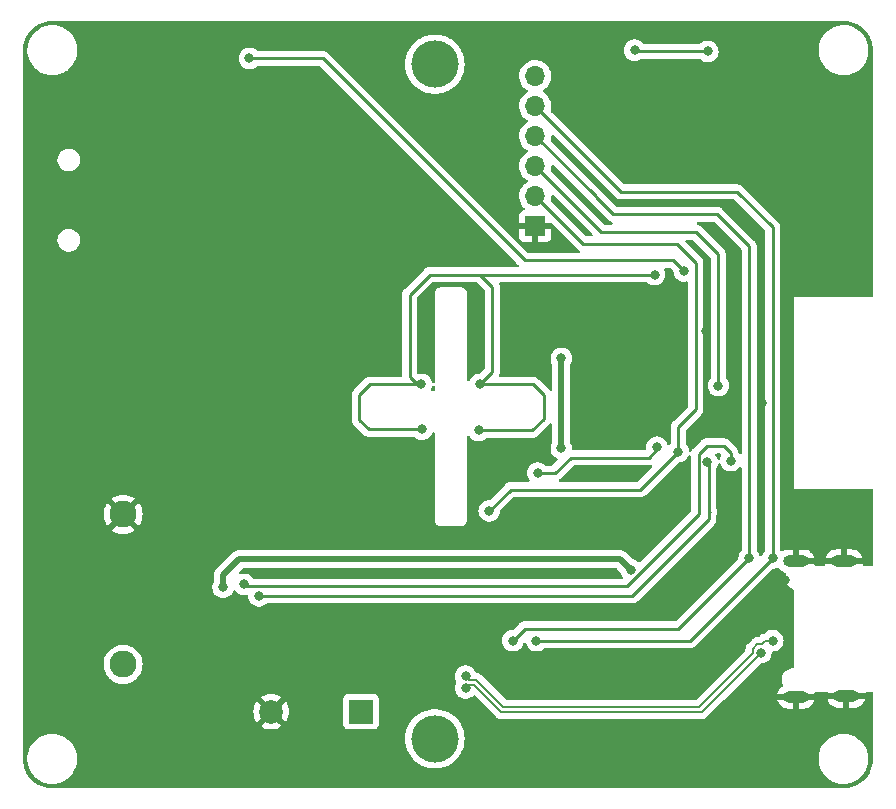
<source format=gbl>
%TF.GenerationSoftware,KiCad,Pcbnew,(6.0.6)*%
%TF.CreationDate,2022-12-01T22:03:14+01:00*%
%TF.ProjectId,Arbolito,4172626f-6c69-4746-9f2e-6b696361645f,rev?*%
%TF.SameCoordinates,Original*%
%TF.FileFunction,Copper,L2,Bot*%
%TF.FilePolarity,Positive*%
%FSLAX46Y46*%
G04 Gerber Fmt 4.6, Leading zero omitted, Abs format (unit mm)*
G04 Created by KiCad (PCBNEW (6.0.6)) date 2022-12-01 22:03:14*
%MOMM*%
%LPD*%
G01*
G04 APERTURE LIST*
%TA.AperFunction,ComponentPad*%
%ADD10O,2.200000X1.000000*%
%TD*%
%TA.AperFunction,ComponentPad*%
%ADD11R,2.000000X2.000000*%
%TD*%
%TA.AperFunction,ComponentPad*%
%ADD12C,2.000000*%
%TD*%
%TA.AperFunction,ComponentPad*%
%ADD13R,1.700000X1.700000*%
%TD*%
%TA.AperFunction,ComponentPad*%
%ADD14O,1.700000X1.700000*%
%TD*%
%TA.AperFunction,ComponentPad*%
%ADD15C,2.286000*%
%TD*%
%TA.AperFunction,ComponentPad*%
%ADD16C,4.000000*%
%TD*%
%TA.AperFunction,ViaPad*%
%ADD17C,0.800000*%
%TD*%
%TA.AperFunction,Conductor*%
%ADD18C,0.500000*%
%TD*%
%TA.AperFunction,Conductor*%
%ADD19C,0.250000*%
%TD*%
%TA.AperFunction,Conductor*%
%ADD20C,0.200000*%
%TD*%
G04 APERTURE END LIST*
D10*
%TO.P,P1,S1,SHIELD*%
%TO.N,GND*%
X175032000Y-108275019D03*
X170964308Y-108285000D03*
X170964308Y-119732365D03*
X175240000Y-119715000D03*
%TD*%
D11*
%TO.P,BZ1,1,-*%
%TO.N,/BUZZER*%
X134150000Y-121000000D03*
D12*
%TO.P,BZ1,2,+*%
%TO.N,GND*%
X126550000Y-121000000D03*
%TD*%
D13*
%TO.P,J2,1,Pin_1*%
%TO.N,GND*%
X148900000Y-79900000D03*
D14*
%TO.P,J2,2,Pin_2*%
%TO.N,/GPIO0*%
X148900000Y-77360000D03*
%TO.P,J2,3,Pin_3*%
%TO.N,/nRST*%
X148900000Y-74820000D03*
%TO.P,J2,4,Pin_4*%
%TO.N,/TX*%
X148900000Y-72280000D03*
%TO.P,J2,5,Pin_5*%
%TO.N,/RX*%
X148900000Y-69740000D03*
%TO.P,J2,6,Pin_6*%
%TO.N,+3.3V*%
X148900000Y-67200000D03*
%TD*%
D15*
%TO.P,J1,1,Pin_1*%
%TO.N,GND*%
X114000000Y-104300000D03*
%TO.P,J1,2,Pin_2*%
%TO.N,Net-(J1-Pad2)*%
X114000000Y-117000000D03*
D16*
%TO.P,J1,3*%
%TO.N,N/C*%
X140400000Y-123300000D03*
X140400000Y-66200000D03*
%TD*%
D17*
%TO.N,GND*%
X163390000Y-88790000D03*
X168090000Y-94890000D03*
X155000000Y-104000000D03*
X140980000Y-115030000D03*
X132200000Y-77700000D03*
X167900000Y-121400000D03*
X157400000Y-69900000D03*
X146200000Y-119200000D03*
X129000000Y-89000000D03*
X156500000Y-117700000D03*
X170000000Y-109900000D03*
X133900000Y-71300000D03*
X163000000Y-75100000D03*
X132000000Y-89000000D03*
X146100000Y-117950000D03*
X145600000Y-98700000D03*
X147350000Y-119200000D03*
X136200000Y-80000000D03*
X162600000Y-117500000D03*
X147300000Y-117950000D03*
X137470000Y-118150000D03*
X144450000Y-124060000D03*
X164600000Y-96050000D03*
X163400000Y-69900000D03*
X122254000Y-107329500D03*
%TO.N,+3.3V*%
X157000000Y-109000000D03*
X151100000Y-91100000D03*
X151100000Y-98700000D03*
X122462500Y-110462500D03*
%TO.N,/nRST*%
X159200000Y-98600000D03*
X149100000Y-100800000D03*
X164400000Y-93400000D03*
%TO.N,/D+*%
X143000000Y-118000000D03*
X169000000Y-115000000D03*
%TO.N,/D-*%
X168000000Y-116000000D03*
X143000000Y-119000000D03*
%TO.N,/GPIO0*%
X161000000Y-99000000D03*
X145000000Y-104000000D03*
%TO.N,/RX*%
X149000000Y-115000000D03*
X169000000Y-108000000D03*
%TO.N,/TX*%
X167000000Y-108000000D03*
X147000000Y-115000000D03*
%TO.N,Net-(R16-Pad1)*%
X163500000Y-65100000D03*
X157300000Y-65000000D03*
%TO.N,/SCL*%
X165450000Y-99750000D03*
X124254000Y-110230000D03*
%TO.N,/SDA*%
X125500000Y-111200000D03*
X163446991Y-99893982D03*
%TO.N,/DIN*%
X159000000Y-84000000D03*
X144100000Y-97200000D03*
X144200000Y-93300000D03*
X139250000Y-93300000D03*
X139300000Y-97100000D03*
%TO.N,/Boton*%
X124700000Y-65700000D03*
X161500000Y-83700000D03*
%TD*%
D18*
%TO.N,+3.3V*%
X123800000Y-108100000D02*
X156100000Y-108100000D01*
X151100000Y-98700000D02*
X151100000Y-91100000D01*
X156100000Y-108100000D02*
X157000000Y-109000000D01*
X122462500Y-109437500D02*
X123800000Y-108100000D01*
X122462500Y-110462500D02*
X122462500Y-109437500D01*
D19*
%TO.N,/nRST*%
X159200000Y-98600000D02*
X159200000Y-98800000D01*
X162500000Y-80400000D02*
X154480000Y-80400000D01*
X158500000Y-99500000D02*
X151900000Y-99500000D01*
X151900000Y-99500000D02*
X150600000Y-100800000D01*
X159200000Y-98800000D02*
X158500000Y-99500000D01*
X150600000Y-100800000D02*
X149100000Y-100800000D01*
X164400000Y-82300000D02*
X162500000Y-80400000D01*
X154480000Y-80400000D02*
X148900000Y-74820000D01*
X164400000Y-93400000D02*
X164400000Y-82300000D01*
D20*
%TO.N,/D+*%
X167300000Y-115710050D02*
X167710050Y-115300000D01*
X143000000Y-118000000D02*
X143325001Y-118325001D01*
X146165686Y-120600000D02*
X162763602Y-120600000D01*
X143890687Y-118325001D02*
X146165686Y-120600000D01*
X167710050Y-115300000D02*
X168063602Y-115300000D01*
X168363602Y-115000000D02*
X169000000Y-115000000D01*
X168063602Y-115300000D02*
X168363602Y-115000000D01*
X162763602Y-120600000D02*
X167300000Y-116063602D01*
X167300000Y-116063602D02*
X167300000Y-115710050D01*
X143325001Y-118325001D02*
X143890687Y-118325001D01*
%TO.N,/D-*%
X143274999Y-118725001D02*
X143725001Y-118725001D01*
X146000000Y-121000000D02*
X163000000Y-121000000D01*
X163000000Y-121000000D02*
X168000000Y-116000000D01*
X143000000Y-119000000D02*
X143274999Y-118725001D01*
X143725001Y-118725001D02*
X146000000Y-121000000D01*
D19*
%TO.N,/GPIO0*%
X162500000Y-83000000D02*
X162500000Y-95400000D01*
X162500000Y-95400000D02*
X161000000Y-96900000D01*
X161000000Y-99000000D02*
X157800000Y-102200000D01*
X148900000Y-77360000D02*
X152940000Y-81400000D01*
X146800000Y-102200000D02*
X145000000Y-104000000D01*
X157800000Y-102200000D02*
X146800000Y-102200000D01*
X152940000Y-81400000D02*
X160900000Y-81400000D01*
X161000000Y-96900000D02*
X161000000Y-99000000D01*
X160900000Y-81400000D02*
X162500000Y-83000000D01*
%TO.N,/RX*%
X162000000Y-115000000D02*
X169000000Y-108000000D01*
X169000000Y-80000000D02*
X169000000Y-108000000D01*
X156160000Y-77000000D02*
X166000000Y-77000000D01*
X149000000Y-115000000D02*
X162000000Y-115000000D01*
X166000000Y-77000000D02*
X169000000Y-80000000D01*
X148900000Y-69740000D02*
X156160000Y-77000000D01*
%TO.N,/TX*%
X154000000Y-77380000D02*
X154000000Y-77400000D01*
X148900000Y-72280000D02*
X154000000Y-77380000D01*
X154000000Y-77400000D02*
X155500000Y-78900000D01*
X167000000Y-81600000D02*
X167000000Y-108000000D01*
X161000000Y-114000000D02*
X148000000Y-114000000D01*
X155500000Y-78900000D02*
X164300000Y-78900000D01*
X164300000Y-78900000D02*
X167000000Y-81600000D01*
X148000000Y-114000000D02*
X147000000Y-115000000D01*
X167000000Y-108000000D02*
X161000000Y-114000000D01*
%TO.N,Net-(R16-Pad1)*%
X157400000Y-65100000D02*
X157300000Y-65000000D01*
X163500000Y-65100000D02*
X157400000Y-65100000D01*
%TO.N,/SCL*%
X162721991Y-99178009D02*
X163400000Y-98500000D01*
X156625305Y-110400000D02*
X157725000Y-109300305D01*
X157725000Y-109300305D02*
X157725000Y-109275000D01*
X124424000Y-110400000D02*
X156625305Y-110400000D01*
X124254000Y-110230000D02*
X124424000Y-110400000D01*
X162721991Y-104278009D02*
X162721991Y-99178009D01*
X163400000Y-98500000D02*
X164850000Y-98500000D01*
X164850000Y-98500000D02*
X165450000Y-99100000D01*
X165450000Y-99100000D02*
X165450000Y-99750000D01*
X157725000Y-109275000D02*
X162721991Y-104278009D01*
%TO.N,/SDA*%
X163600000Y-104150000D02*
X163650000Y-104100000D01*
X163600000Y-104150000D02*
X163600000Y-100046991D01*
X125500000Y-111200000D02*
X157100000Y-111200000D01*
X163600000Y-104700000D02*
X163600000Y-104150000D01*
X163600000Y-100046991D02*
X163446991Y-99893982D01*
X157100000Y-111200000D02*
X163600000Y-104700000D01*
%TO.N,/DIN*%
X148650000Y-97200000D02*
X144100000Y-97200000D01*
X134000000Y-96300000D02*
X134000000Y-94200000D01*
X139300000Y-97100000D02*
X134800000Y-97100000D01*
X139250000Y-93300000D02*
X138850000Y-93300000D01*
X144200000Y-84000000D02*
X159000000Y-84000000D01*
X138250000Y-85700000D02*
X139950000Y-84000000D01*
X149600000Y-96250000D02*
X148650000Y-97200000D01*
X134900000Y-93300000D02*
X139250000Y-93300000D01*
X145250000Y-92250000D02*
X145250000Y-85050000D01*
X144200000Y-93300000D02*
X145250000Y-92250000D01*
X134800000Y-97100000D02*
X134000000Y-96300000D01*
X144200000Y-93300000D02*
X148700000Y-93300000D01*
X149600000Y-94200000D02*
X149600000Y-96250000D01*
X145250000Y-85050000D02*
X144200000Y-84000000D01*
X148700000Y-93300000D02*
X149600000Y-94200000D01*
X138250000Y-92650000D02*
X138250000Y-85700000D01*
X139950000Y-84000000D02*
X144200000Y-84000000D01*
X134000000Y-94200000D02*
X134900000Y-93300000D01*
X138850000Y-93300000D02*
X138250000Y-92700000D01*
%TO.N,/Boton*%
X160600000Y-82800000D02*
X148000000Y-82800000D01*
X148000000Y-82800000D02*
X130900000Y-65700000D01*
X161500000Y-83700000D02*
X160600000Y-82800000D01*
X130900000Y-65700000D02*
X124700000Y-65700000D01*
%TD*%
%TA.AperFunction,Conductor*%
%TO.N,GND*%
G36*
X174970018Y-62510000D02*
G01*
X174984851Y-62512310D01*
X174984855Y-62512310D01*
X174993724Y-62513691D01*
X175010923Y-62511442D01*
X175034863Y-62510609D01*
X175292710Y-62526206D01*
X175307814Y-62528040D01*
X175379786Y-62541229D01*
X175588760Y-62579525D01*
X175603526Y-62583164D01*
X175876231Y-62668142D01*
X175890445Y-62673534D01*
X176108223Y-62771547D01*
X176150906Y-62790757D01*
X176164379Y-62797828D01*
X176408813Y-62945595D01*
X176421334Y-62954238D01*
X176646171Y-63130385D01*
X176657560Y-63140475D01*
X176859525Y-63342440D01*
X176869614Y-63353828D01*
X176885831Y-63374527D01*
X177045762Y-63578666D01*
X177054405Y-63591187D01*
X177202172Y-63835621D01*
X177209242Y-63849092D01*
X177326466Y-64109555D01*
X177331858Y-64123769D01*
X177388705Y-64306197D01*
X177416836Y-64396473D01*
X177420475Y-64411240D01*
X177448624Y-64564841D01*
X177471960Y-64692186D01*
X177473794Y-64707290D01*
X177488953Y-64957904D01*
X177487692Y-64984716D01*
X177487690Y-64984852D01*
X177486309Y-64993724D01*
X177487473Y-65002626D01*
X177487473Y-65002628D01*
X177490436Y-65025283D01*
X177491500Y-65041621D01*
X177491500Y-85754000D01*
X177471498Y-85822121D01*
X177417842Y-85868614D01*
X177365500Y-85880000D01*
X170800000Y-85880000D01*
X170800000Y-102120000D01*
X177365500Y-102120000D01*
X177433621Y-102140002D01*
X177480114Y-102193658D01*
X177491500Y-102246000D01*
X177491500Y-108565500D01*
X177471498Y-108633621D01*
X177417842Y-108680114D01*
X177365500Y-108691500D01*
X176728984Y-108691500D01*
X176660863Y-108671498D01*
X176614370Y-108617842D01*
X176602997Y-108563661D01*
X176603456Y-108532224D01*
X176596701Y-108529019D01*
X173474076Y-108529019D01*
X173460545Y-108532992D01*
X173456248Y-108562883D01*
X173456285Y-108600879D01*
X173417961Y-108660643D01*
X173353409Y-108690200D01*
X173335354Y-108691500D01*
X172661438Y-108691500D01*
X172593317Y-108671498D01*
X172546824Y-108617842D01*
X172535451Y-108563661D01*
X172535764Y-108542205D01*
X172529009Y-108539000D01*
X170836308Y-108539000D01*
X170768187Y-108518998D01*
X170721694Y-108465342D01*
X170710308Y-108413000D01*
X170710308Y-108012885D01*
X171218308Y-108012885D01*
X171222783Y-108028124D01*
X171224173Y-108029329D01*
X171231856Y-108031000D01*
X172522232Y-108031000D01*
X172535763Y-108027027D01*
X172536883Y-108019232D01*
X172536466Y-108017814D01*
X173460544Y-108017814D01*
X173467299Y-108021019D01*
X174759885Y-108021019D01*
X174775124Y-108016544D01*
X174776329Y-108015154D01*
X174778000Y-108007471D01*
X174778000Y-108002904D01*
X175286000Y-108002904D01*
X175290475Y-108018143D01*
X175291865Y-108019348D01*
X175299548Y-108021019D01*
X176589924Y-108021019D01*
X176603455Y-108017046D01*
X176604575Y-108009251D01*
X176572862Y-107901498D01*
X176568269Y-107890130D01*
X176482393Y-107725865D01*
X176475679Y-107715604D01*
X176359532Y-107571146D01*
X176350954Y-107562387D01*
X176208961Y-107443241D01*
X176198841Y-107436311D01*
X176036415Y-107347017D01*
X176025142Y-107342185D01*
X175848462Y-107286139D01*
X175836468Y-107283589D01*
X175692239Y-107267412D01*
X175685215Y-107267019D01*
X175304115Y-107267019D01*
X175288876Y-107271494D01*
X175287671Y-107272884D01*
X175286000Y-107280567D01*
X175286000Y-108002904D01*
X174778000Y-108002904D01*
X174778000Y-107285134D01*
X174773525Y-107269895D01*
X174772135Y-107268690D01*
X174764452Y-107267019D01*
X174385343Y-107267019D01*
X174379195Y-107267320D01*
X174241397Y-107280831D01*
X174229362Y-107283214D01*
X174051924Y-107336786D01*
X174040584Y-107341460D01*
X173876923Y-107428479D01*
X173866706Y-107435268D01*
X173723067Y-107552416D01*
X173714363Y-107561060D01*
X173596216Y-107703875D01*
X173589356Y-107714046D01*
X173501196Y-107877095D01*
X173496444Y-107888400D01*
X173460750Y-108003711D01*
X173460544Y-108017814D01*
X172536466Y-108017814D01*
X172505170Y-107911479D01*
X172500577Y-107900111D01*
X172414701Y-107735846D01*
X172407987Y-107725585D01*
X172291840Y-107581127D01*
X172283262Y-107572368D01*
X172141269Y-107453222D01*
X172131149Y-107446292D01*
X171968723Y-107356998D01*
X171957450Y-107352166D01*
X171780770Y-107296120D01*
X171768776Y-107293570D01*
X171624547Y-107277393D01*
X171617523Y-107277000D01*
X171236423Y-107277000D01*
X171221184Y-107281475D01*
X171219979Y-107282865D01*
X171218308Y-107290548D01*
X171218308Y-108012885D01*
X170710308Y-108012885D01*
X170710308Y-107295115D01*
X170705833Y-107279876D01*
X170704443Y-107278671D01*
X170696760Y-107277000D01*
X170317651Y-107277000D01*
X170311503Y-107277301D01*
X170173705Y-107290812D01*
X170161670Y-107293195D01*
X169984232Y-107346767D01*
X169972891Y-107351441D01*
X169833706Y-107425446D01*
X169764168Y-107439765D01*
X169697928Y-107414217D01*
X169680923Y-107398510D01*
X169665863Y-107381785D01*
X169635147Y-107317779D01*
X169633500Y-107297476D01*
X169633500Y-80078768D01*
X169634027Y-80067585D01*
X169635702Y-80060092D01*
X169633562Y-79992001D01*
X169633500Y-79988044D01*
X169633500Y-79960144D01*
X169632996Y-79956153D01*
X169632063Y-79944311D01*
X169631421Y-79923865D01*
X169630674Y-79900111D01*
X169625021Y-79880652D01*
X169621012Y-79861293D01*
X169620846Y-79859983D01*
X169618474Y-79841203D01*
X169615558Y-79833837D01*
X169615556Y-79833831D01*
X169602200Y-79800098D01*
X169598355Y-79788868D01*
X169588230Y-79754017D01*
X169588230Y-79754016D01*
X169586019Y-79746407D01*
X169575705Y-79728966D01*
X169567008Y-79711213D01*
X169562472Y-79699758D01*
X169559552Y-79692383D01*
X169533563Y-79656612D01*
X169527047Y-79646692D01*
X169524937Y-79643124D01*
X169504542Y-79608638D01*
X169490221Y-79594317D01*
X169477380Y-79579283D01*
X169470131Y-79569306D01*
X169465472Y-79562893D01*
X169431395Y-79534702D01*
X169422616Y-79526712D01*
X166503652Y-76607747D01*
X166496112Y-76599461D01*
X166492000Y-76592982D01*
X166442348Y-76546356D01*
X166439507Y-76543602D01*
X166419770Y-76523865D01*
X166416573Y-76521385D01*
X166407551Y-76513680D01*
X166395260Y-76502138D01*
X166375321Y-76483414D01*
X166368375Y-76479595D01*
X166368372Y-76479593D01*
X166357566Y-76473652D01*
X166341047Y-76462801D01*
X166340583Y-76462441D01*
X166325041Y-76450386D01*
X166317772Y-76447241D01*
X166317768Y-76447238D01*
X166284463Y-76432826D01*
X166273813Y-76427609D01*
X166235060Y-76406305D01*
X166215437Y-76401267D01*
X166196734Y-76394863D01*
X166185420Y-76389967D01*
X166185419Y-76389967D01*
X166178145Y-76386819D01*
X166170322Y-76385580D01*
X166170312Y-76385577D01*
X166134476Y-76379901D01*
X166122856Y-76377495D01*
X166087711Y-76368472D01*
X166087710Y-76368472D01*
X166080030Y-76366500D01*
X166059776Y-76366500D01*
X166040065Y-76364949D01*
X166027886Y-76363020D01*
X166020057Y-76361780D01*
X166012165Y-76362526D01*
X165976039Y-76365941D01*
X165964181Y-76366500D01*
X156474595Y-76366500D01*
X156406474Y-76346498D01*
X156385500Y-76329595D01*
X150251218Y-70195313D01*
X150217192Y-70133001D01*
X150219755Y-70069589D01*
X150230865Y-70033022D01*
X150232370Y-70028069D01*
X150261529Y-69806590D01*
X150263156Y-69740000D01*
X150244852Y-69517361D01*
X150190431Y-69300702D01*
X150101354Y-69095840D01*
X149980014Y-68908277D01*
X149829670Y-68743051D01*
X149825619Y-68739852D01*
X149825615Y-68739848D01*
X149658414Y-68607800D01*
X149658410Y-68607798D01*
X149654359Y-68604598D01*
X149613053Y-68581796D01*
X149563084Y-68531364D01*
X149548312Y-68461921D01*
X149573428Y-68395516D01*
X149600780Y-68368909D01*
X149669548Y-68319857D01*
X149779860Y-68241173D01*
X149938096Y-68083489D01*
X149997594Y-68000689D01*
X150065435Y-67906277D01*
X150068453Y-67902077D01*
X150167430Y-67701811D01*
X150232370Y-67488069D01*
X150261529Y-67266590D01*
X150263156Y-67200000D01*
X150244852Y-66977361D01*
X150190431Y-66760702D01*
X150101354Y-66555840D01*
X150028627Y-66443421D01*
X149982822Y-66372617D01*
X149982820Y-66372614D01*
X149980014Y-66368277D01*
X149829670Y-66203051D01*
X149825619Y-66199852D01*
X149825615Y-66199848D01*
X149658414Y-66067800D01*
X149658410Y-66067798D01*
X149654359Y-66064598D01*
X149458789Y-65956638D01*
X149453920Y-65954914D01*
X149453916Y-65954912D01*
X149253087Y-65883795D01*
X149253083Y-65883794D01*
X149248212Y-65882069D01*
X149243119Y-65881162D01*
X149243116Y-65881161D01*
X149033373Y-65843800D01*
X149033367Y-65843799D01*
X149028284Y-65842894D01*
X148954452Y-65841992D01*
X148810081Y-65840228D01*
X148810079Y-65840228D01*
X148804911Y-65840165D01*
X148584091Y-65873955D01*
X148371756Y-65943357D01*
X148173607Y-66046507D01*
X148169474Y-66049610D01*
X148169471Y-66049612D01*
X148132622Y-66077279D01*
X147994965Y-66180635D01*
X147840629Y-66342138D01*
X147837715Y-66346410D01*
X147837714Y-66346411D01*
X147819838Y-66372617D01*
X147714743Y-66526680D01*
X147620688Y-66729305D01*
X147560989Y-66944570D01*
X147537251Y-67166695D01*
X147537548Y-67171848D01*
X147537548Y-67171851D01*
X147543011Y-67266590D01*
X147550110Y-67389715D01*
X147551247Y-67394761D01*
X147551248Y-67394767D01*
X147571119Y-67482939D01*
X147599222Y-67607639D01*
X147683266Y-67814616D01*
X147799987Y-68005088D01*
X147946250Y-68173938D01*
X148118126Y-68316632D01*
X148130894Y-68324093D01*
X148191445Y-68359476D01*
X148240169Y-68411114D01*
X148253240Y-68480897D01*
X148226509Y-68546669D01*
X148186055Y-68580027D01*
X148173607Y-68586507D01*
X148169474Y-68589610D01*
X148169471Y-68589612D01*
X148145247Y-68607800D01*
X147994965Y-68720635D01*
X147840629Y-68882138D01*
X147714743Y-69066680D01*
X147620688Y-69269305D01*
X147560989Y-69484570D01*
X147537251Y-69706695D01*
X147537548Y-69711848D01*
X147537548Y-69711851D01*
X147543011Y-69806590D01*
X147550110Y-69929715D01*
X147551247Y-69934761D01*
X147551248Y-69934767D01*
X147571119Y-70022939D01*
X147599222Y-70147639D01*
X147683266Y-70354616D01*
X147799987Y-70545088D01*
X147946250Y-70713938D01*
X148118126Y-70856632D01*
X148188595Y-70897811D01*
X148191445Y-70899476D01*
X148240169Y-70951114D01*
X148253240Y-71020897D01*
X148226509Y-71086669D01*
X148186055Y-71120027D01*
X148173607Y-71126507D01*
X148169474Y-71129610D01*
X148169471Y-71129612D01*
X147999100Y-71257530D01*
X147994965Y-71260635D01*
X147840629Y-71422138D01*
X147714743Y-71606680D01*
X147620688Y-71809305D01*
X147560989Y-72024570D01*
X147537251Y-72246695D01*
X147537548Y-72251848D01*
X147537548Y-72251851D01*
X147543011Y-72346590D01*
X147550110Y-72469715D01*
X147551247Y-72474761D01*
X147551248Y-72474767D01*
X147571119Y-72562939D01*
X147599222Y-72687639D01*
X147683266Y-72894616D01*
X147799987Y-73085088D01*
X147946250Y-73253938D01*
X148052108Y-73341823D01*
X148103140Y-73384190D01*
X148118126Y-73396632D01*
X148145377Y-73412556D01*
X148191445Y-73439476D01*
X148240169Y-73491114D01*
X148253240Y-73560897D01*
X148226509Y-73626669D01*
X148186055Y-73660027D01*
X148173607Y-73666507D01*
X148169474Y-73669610D01*
X148169471Y-73669612D01*
X147999100Y-73797530D01*
X147994965Y-73800635D01*
X147991393Y-73804373D01*
X147915644Y-73883640D01*
X147840629Y-73962138D01*
X147837715Y-73966410D01*
X147837714Y-73966411D01*
X147769291Y-74066715D01*
X147714743Y-74146680D01*
X147620688Y-74349305D01*
X147560989Y-74564570D01*
X147537251Y-74786695D01*
X147537548Y-74791848D01*
X147537548Y-74791851D01*
X147543011Y-74886590D01*
X147550110Y-75009715D01*
X147551247Y-75014761D01*
X147551248Y-75014767D01*
X147555354Y-75032985D01*
X147599222Y-75227639D01*
X147683266Y-75434616D01*
X147799987Y-75625088D01*
X147946250Y-75793938D01*
X148118126Y-75936632D01*
X148188595Y-75977811D01*
X148191445Y-75979476D01*
X148240169Y-76031114D01*
X148253240Y-76100897D01*
X148226509Y-76166669D01*
X148186055Y-76200027D01*
X148173607Y-76206507D01*
X148169474Y-76209610D01*
X148169471Y-76209612D01*
X147999100Y-76337530D01*
X147994965Y-76340635D01*
X147973573Y-76363020D01*
X147862174Y-76479593D01*
X147840629Y-76502138D01*
X147837715Y-76506410D01*
X147837714Y-76506411D01*
X147827495Y-76521392D01*
X147714743Y-76686680D01*
X147620688Y-76889305D01*
X147560989Y-77104570D01*
X147537251Y-77326695D01*
X147537548Y-77331848D01*
X147537548Y-77331851D01*
X147543011Y-77426590D01*
X147550110Y-77549715D01*
X147551247Y-77554761D01*
X147551248Y-77554767D01*
X147571119Y-77642939D01*
X147599222Y-77767639D01*
X147683266Y-77974616D01*
X147799987Y-78165088D01*
X147946250Y-78333938D01*
X147950225Y-78337238D01*
X147950231Y-78337244D01*
X147955425Y-78341556D01*
X147995059Y-78400460D01*
X147996555Y-78471441D01*
X147959439Y-78531962D01*
X147919168Y-78556480D01*
X147811946Y-78596676D01*
X147796351Y-78605214D01*
X147694276Y-78681715D01*
X147681715Y-78694276D01*
X147605214Y-78796351D01*
X147596676Y-78811946D01*
X147551522Y-78932394D01*
X147547895Y-78947649D01*
X147542369Y-78998514D01*
X147542000Y-79005328D01*
X147542000Y-79627885D01*
X147546475Y-79643124D01*
X147547865Y-79644329D01*
X147555548Y-79646000D01*
X150237905Y-79646000D01*
X150306026Y-79666002D01*
X150327000Y-79682905D01*
X152436348Y-81792253D01*
X152443888Y-81800539D01*
X152448000Y-81807018D01*
X152453777Y-81812443D01*
X152497651Y-81853643D01*
X152500493Y-81856398D01*
X152520230Y-81876135D01*
X152523427Y-81878615D01*
X152532447Y-81886318D01*
X152564679Y-81916586D01*
X152571625Y-81920405D01*
X152571628Y-81920407D01*
X152582434Y-81926348D01*
X152598949Y-81937196D01*
X152603770Y-81940935D01*
X152645341Y-81998488D01*
X152649197Y-82069380D01*
X152614113Y-82131103D01*
X152551229Y-82164060D01*
X152526551Y-82166500D01*
X148314594Y-82166500D01*
X148246473Y-82146498D01*
X148225499Y-82129595D01*
X146890573Y-80794669D01*
X147542001Y-80794669D01*
X147542371Y-80801490D01*
X147547895Y-80852352D01*
X147551521Y-80867604D01*
X147596676Y-80988054D01*
X147605214Y-81003649D01*
X147681715Y-81105724D01*
X147694276Y-81118285D01*
X147796351Y-81194786D01*
X147811946Y-81203324D01*
X147932394Y-81248478D01*
X147947649Y-81252105D01*
X147998514Y-81257631D01*
X148005328Y-81258000D01*
X148627885Y-81258000D01*
X148643124Y-81253525D01*
X148644329Y-81252135D01*
X148646000Y-81244452D01*
X148646000Y-81239884D01*
X149154000Y-81239884D01*
X149158475Y-81255123D01*
X149159865Y-81256328D01*
X149167548Y-81257999D01*
X149794669Y-81257999D01*
X149801490Y-81257629D01*
X149852352Y-81252105D01*
X149867604Y-81248479D01*
X149988054Y-81203324D01*
X150003649Y-81194786D01*
X150105724Y-81118285D01*
X150118285Y-81105724D01*
X150194786Y-81003649D01*
X150203324Y-80988054D01*
X150248478Y-80867606D01*
X150252105Y-80852351D01*
X150257631Y-80801486D01*
X150258000Y-80794672D01*
X150258000Y-80172115D01*
X150253525Y-80156876D01*
X150252135Y-80155671D01*
X150244452Y-80154000D01*
X149172115Y-80154000D01*
X149156876Y-80158475D01*
X149155671Y-80159865D01*
X149154000Y-80167548D01*
X149154000Y-81239884D01*
X148646000Y-81239884D01*
X148646000Y-80172115D01*
X148641525Y-80156876D01*
X148640135Y-80155671D01*
X148632452Y-80154000D01*
X147560116Y-80154000D01*
X147544877Y-80158475D01*
X147543672Y-80159865D01*
X147542001Y-80167548D01*
X147542001Y-80794669D01*
X146890573Y-80794669D01*
X132295905Y-66200000D01*
X137886540Y-66200000D01*
X137906359Y-66515020D01*
X137965505Y-66825072D01*
X138063044Y-67125266D01*
X138064731Y-67128852D01*
X138064733Y-67128856D01*
X138195750Y-67407283D01*
X138195754Y-67407290D01*
X138197438Y-67410869D01*
X138366568Y-67677375D01*
X138467168Y-67798979D01*
X138548621Y-67897438D01*
X138567767Y-67920582D01*
X138797860Y-68136654D01*
X139053221Y-68322184D01*
X139056690Y-68324091D01*
X139056693Y-68324093D01*
X139214983Y-68411114D01*
X139329821Y-68474247D01*
X139333490Y-68475700D01*
X139333495Y-68475702D01*
X139596990Y-68580027D01*
X139623298Y-68590443D01*
X139929025Y-68668940D01*
X140242179Y-68708500D01*
X140557821Y-68708500D01*
X140870975Y-68668940D01*
X141176702Y-68590443D01*
X141203010Y-68580027D01*
X141466505Y-68475702D01*
X141466510Y-68475700D01*
X141470179Y-68474247D01*
X141585017Y-68411114D01*
X141743307Y-68324093D01*
X141743310Y-68324091D01*
X141746779Y-68322184D01*
X142002140Y-68136654D01*
X142232233Y-67920582D01*
X142251380Y-67897438D01*
X142332833Y-67798978D01*
X142433432Y-67677375D01*
X142602562Y-67410869D01*
X142604246Y-67407290D01*
X142604250Y-67407283D01*
X142735267Y-67128856D01*
X142735269Y-67128852D01*
X142736956Y-67125266D01*
X142834495Y-66825072D01*
X142893641Y-66515020D01*
X142913460Y-66200000D01*
X142893641Y-65884980D01*
X142834495Y-65574928D01*
X142747683Y-65307747D01*
X142738182Y-65278507D01*
X142738182Y-65278506D01*
X142736956Y-65274734D01*
X142722972Y-65245016D01*
X142607677Y-65000000D01*
X156386496Y-65000000D01*
X156387186Y-65006565D01*
X156404246Y-65168879D01*
X156406458Y-65189928D01*
X156465473Y-65371556D01*
X156560960Y-65536944D01*
X156688747Y-65678866D01*
X156787843Y-65750864D01*
X156831724Y-65782745D01*
X156843248Y-65791118D01*
X156849276Y-65793802D01*
X156849278Y-65793803D01*
X156959539Y-65842894D01*
X157017712Y-65868794D01*
X157080166Y-65882069D01*
X157198056Y-65907128D01*
X157198061Y-65907128D01*
X157204513Y-65908500D01*
X157395487Y-65908500D01*
X157401939Y-65907128D01*
X157401944Y-65907128D01*
X157519834Y-65882069D01*
X157582288Y-65868794D01*
X157640461Y-65842894D01*
X157750722Y-65793803D01*
X157750724Y-65793802D01*
X157756752Y-65791118D01*
X157768277Y-65782745D01*
X157802935Y-65757564D01*
X157869803Y-65733706D01*
X157876996Y-65733500D01*
X162791800Y-65733500D01*
X162859921Y-65753502D01*
X162879147Y-65769843D01*
X162879420Y-65769540D01*
X162884332Y-65773963D01*
X162888747Y-65778866D01*
X162900269Y-65787237D01*
X163029435Y-65881082D01*
X163043248Y-65891118D01*
X163049276Y-65893802D01*
X163049278Y-65893803D01*
X163211681Y-65966109D01*
X163217712Y-65968794D01*
X163311112Y-65988647D01*
X163398056Y-66007128D01*
X163398061Y-66007128D01*
X163404513Y-66008500D01*
X163595487Y-66008500D01*
X163601939Y-66007128D01*
X163601944Y-66007128D01*
X163688888Y-65988647D01*
X163782288Y-65968794D01*
X163788319Y-65966109D01*
X163950722Y-65893803D01*
X163950724Y-65893802D01*
X163956752Y-65891118D01*
X163970566Y-65881082D01*
X164026796Y-65840228D01*
X164111253Y-65778866D01*
X164119650Y-65769540D01*
X164234621Y-65641852D01*
X164234622Y-65641851D01*
X164239040Y-65636944D01*
X164334527Y-65471556D01*
X164393542Y-65289928D01*
X164394743Y-65278507D01*
X164410067Y-65132703D01*
X172890743Y-65132703D01*
X172891302Y-65136947D01*
X172891302Y-65136951D01*
X172902745Y-65223865D01*
X172928268Y-65417734D01*
X173004129Y-65695036D01*
X173005813Y-65698984D01*
X173110048Y-65943357D01*
X173116923Y-65959476D01*
X173167580Y-66044118D01*
X173260874Y-66200000D01*
X173264561Y-66206161D01*
X173444313Y-66430528D01*
X173461397Y-66446740D01*
X173631857Y-66608500D01*
X173652851Y-66628423D01*
X173886317Y-66796186D01*
X173890112Y-66798195D01*
X173890113Y-66798196D01*
X173911869Y-66809715D01*
X174140392Y-66930712D01*
X174254151Y-66972342D01*
X174281970Y-66982522D01*
X174410373Y-67029511D01*
X174691264Y-67090755D01*
X174719841Y-67093004D01*
X174914282Y-67108307D01*
X174914291Y-67108307D01*
X174916739Y-67108500D01*
X175072271Y-67108500D01*
X175074407Y-67108354D01*
X175074418Y-67108354D01*
X175282548Y-67094165D01*
X175282554Y-67094164D01*
X175286825Y-67093873D01*
X175291020Y-67093004D01*
X175291022Y-67093004D01*
X175427583Y-67064724D01*
X175568342Y-67035574D01*
X175839343Y-66939607D01*
X176094812Y-66807750D01*
X176098313Y-66805289D01*
X176098317Y-66805287D01*
X176213108Y-66724610D01*
X176330023Y-66642441D01*
X176449544Y-66531375D01*
X176537479Y-66449661D01*
X176537481Y-66449658D01*
X176540622Y-66446740D01*
X176722713Y-66224268D01*
X176872927Y-65979142D01*
X176877470Y-65968794D01*
X176986757Y-65719830D01*
X176988483Y-65715898D01*
X177067244Y-65439406D01*
X177102904Y-65188841D01*
X177107146Y-65159036D01*
X177107146Y-65159034D01*
X177107751Y-65154784D01*
X177107775Y-65150386D01*
X177109235Y-64871583D01*
X177109235Y-64871576D01*
X177109257Y-64867297D01*
X177071732Y-64582266D01*
X176995871Y-64304964D01*
X176922902Y-64133891D01*
X176884763Y-64044476D01*
X176884761Y-64044472D01*
X176883077Y-64040524D01*
X176808527Y-63915960D01*
X176737643Y-63797521D01*
X176737640Y-63797517D01*
X176735439Y-63793839D01*
X176555687Y-63569472D01*
X176347149Y-63371577D01*
X176113683Y-63203814D01*
X176091843Y-63192250D01*
X176068654Y-63179972D01*
X175859608Y-63069288D01*
X175589627Y-62970489D01*
X175308736Y-62909245D01*
X175277685Y-62906801D01*
X175085718Y-62891693D01*
X175085709Y-62891693D01*
X175083261Y-62891500D01*
X174927729Y-62891500D01*
X174925593Y-62891646D01*
X174925582Y-62891646D01*
X174717452Y-62905835D01*
X174717446Y-62905836D01*
X174713175Y-62906127D01*
X174708980Y-62906996D01*
X174708978Y-62906996D01*
X174572416Y-62935277D01*
X174431658Y-62964426D01*
X174160657Y-63060393D01*
X174156848Y-63062359D01*
X174005501Y-63140475D01*
X173905188Y-63192250D01*
X173901687Y-63194711D01*
X173901683Y-63194713D01*
X173891594Y-63201804D01*
X173669977Y-63357559D01*
X173459378Y-63553260D01*
X173277287Y-63775732D01*
X173127073Y-64020858D01*
X173011517Y-64284102D01*
X172932756Y-64560594D01*
X172910130Y-64719573D01*
X172899699Y-64792872D01*
X172892249Y-64845216D01*
X172892227Y-64849505D01*
X172892226Y-64849512D01*
X172890765Y-65128417D01*
X172890743Y-65132703D01*
X164410067Y-65132703D01*
X164412814Y-65106565D01*
X164413504Y-65100000D01*
X164399995Y-64971469D01*
X164394232Y-64916635D01*
X164394232Y-64916633D01*
X164393542Y-64910072D01*
X164334527Y-64728444D01*
X164331168Y-64722625D01*
X164292524Y-64655692D01*
X164239040Y-64563056D01*
X164233107Y-64556466D01*
X164115675Y-64426045D01*
X164115674Y-64426044D01*
X164111253Y-64421134D01*
X163980375Y-64326045D01*
X163962094Y-64312763D01*
X163962093Y-64312762D01*
X163956752Y-64308882D01*
X163950724Y-64306198D01*
X163950722Y-64306197D01*
X163788319Y-64233891D01*
X163788318Y-64233891D01*
X163782288Y-64231206D01*
X163688887Y-64211353D01*
X163601944Y-64192872D01*
X163601939Y-64192872D01*
X163595487Y-64191500D01*
X163404513Y-64191500D01*
X163398061Y-64192872D01*
X163398056Y-64192872D01*
X163311113Y-64211353D01*
X163217712Y-64231206D01*
X163211682Y-64233891D01*
X163211681Y-64233891D01*
X163049278Y-64306197D01*
X163049276Y-64306198D01*
X163043248Y-64308882D01*
X163037907Y-64312762D01*
X163037906Y-64312763D01*
X163019625Y-64326045D01*
X162888747Y-64421134D01*
X162884332Y-64426037D01*
X162879420Y-64430460D01*
X162878295Y-64429211D01*
X162824986Y-64462051D01*
X162791800Y-64466500D01*
X158098239Y-64466500D01*
X158030118Y-64446498D01*
X158004603Y-64424810D01*
X157997801Y-64417255D01*
X157911253Y-64321134D01*
X157756752Y-64208882D01*
X157750724Y-64206198D01*
X157750722Y-64206197D01*
X157588319Y-64133891D01*
X157588318Y-64133891D01*
X157582288Y-64131206D01*
X157488888Y-64111353D01*
X157401944Y-64092872D01*
X157401939Y-64092872D01*
X157395487Y-64091500D01*
X157204513Y-64091500D01*
X157198061Y-64092872D01*
X157198056Y-64092872D01*
X157111112Y-64111353D01*
X157017712Y-64131206D01*
X157011682Y-64133891D01*
X157011681Y-64133891D01*
X156849278Y-64206197D01*
X156849276Y-64206198D01*
X156843248Y-64208882D01*
X156688747Y-64321134D01*
X156684326Y-64326044D01*
X156684325Y-64326045D01*
X156590310Y-64430460D01*
X156560960Y-64463056D01*
X156465473Y-64628444D01*
X156406458Y-64810072D01*
X156405768Y-64816633D01*
X156405768Y-64816635D01*
X156396355Y-64906197D01*
X156386496Y-65000000D01*
X142607677Y-65000000D01*
X142604250Y-64992717D01*
X142604246Y-64992710D01*
X142602562Y-64989131D01*
X142433432Y-64722625D01*
X142232233Y-64479418D01*
X142002140Y-64263346D01*
X141746779Y-64077816D01*
X141678946Y-64040524D01*
X141473648Y-63927660D01*
X141473647Y-63927659D01*
X141470179Y-63925753D01*
X141466510Y-63924300D01*
X141466505Y-63924298D01*
X141180372Y-63811010D01*
X141180371Y-63811010D01*
X141176702Y-63809557D01*
X140870975Y-63731060D01*
X140557821Y-63691500D01*
X140242179Y-63691500D01*
X139929025Y-63731060D01*
X139623298Y-63809557D01*
X139619629Y-63811010D01*
X139619628Y-63811010D01*
X139333495Y-63924298D01*
X139333490Y-63924300D01*
X139329821Y-63925753D01*
X139326353Y-63927659D01*
X139326352Y-63927660D01*
X139121055Y-64040524D01*
X139053221Y-64077816D01*
X138797860Y-64263346D01*
X138567767Y-64479418D01*
X138366568Y-64722625D01*
X138197438Y-64989131D01*
X138195754Y-64992710D01*
X138195750Y-64992717D01*
X138077028Y-65245016D01*
X138063044Y-65274734D01*
X138061818Y-65278506D01*
X138061818Y-65278507D01*
X138052317Y-65307747D01*
X137965505Y-65574928D01*
X137906359Y-65884980D01*
X137886540Y-66200000D01*
X132295905Y-66200000D01*
X131403652Y-65307747D01*
X131396112Y-65299461D01*
X131392000Y-65292982D01*
X131342348Y-65246356D01*
X131339507Y-65243602D01*
X131319770Y-65223865D01*
X131316573Y-65221385D01*
X131307551Y-65213680D01*
X131281100Y-65188841D01*
X131275321Y-65183414D01*
X131268375Y-65179595D01*
X131268372Y-65179593D01*
X131257566Y-65173652D01*
X131241047Y-65162801D01*
X131235048Y-65158148D01*
X131225041Y-65150386D01*
X131217772Y-65147241D01*
X131217768Y-65147238D01*
X131184463Y-65132826D01*
X131173813Y-65127609D01*
X131135060Y-65106305D01*
X131115437Y-65101267D01*
X131096734Y-65094863D01*
X131085420Y-65089967D01*
X131085419Y-65089967D01*
X131078145Y-65086819D01*
X131070322Y-65085580D01*
X131070312Y-65085577D01*
X131034476Y-65079901D01*
X131022856Y-65077495D01*
X130987711Y-65068472D01*
X130987710Y-65068472D01*
X130980030Y-65066500D01*
X130959776Y-65066500D01*
X130940065Y-65064949D01*
X130927886Y-65063020D01*
X130920057Y-65061780D01*
X130912165Y-65062526D01*
X130876039Y-65065941D01*
X130864181Y-65066500D01*
X125408200Y-65066500D01*
X125340079Y-65046498D01*
X125320853Y-65030157D01*
X125320580Y-65030460D01*
X125315668Y-65026037D01*
X125311253Y-65021134D01*
X125156752Y-64908882D01*
X125150724Y-64906198D01*
X125150722Y-64906197D01*
X124988319Y-64833891D01*
X124988318Y-64833891D01*
X124982288Y-64831206D01*
X124882861Y-64810072D01*
X124801944Y-64792872D01*
X124801939Y-64792872D01*
X124795487Y-64791500D01*
X124604513Y-64791500D01*
X124598061Y-64792872D01*
X124598056Y-64792872D01*
X124517139Y-64810072D01*
X124417712Y-64831206D01*
X124411682Y-64833891D01*
X124411681Y-64833891D01*
X124249278Y-64906197D01*
X124249276Y-64906198D01*
X124243248Y-64908882D01*
X124088747Y-65021134D01*
X124084326Y-65026044D01*
X124084325Y-65026045D01*
X123975203Y-65147238D01*
X123960960Y-65163056D01*
X123865473Y-65328444D01*
X123806458Y-65510072D01*
X123805768Y-65516633D01*
X123805768Y-65516635D01*
X123789233Y-65673955D01*
X123786496Y-65700000D01*
X123787186Y-65706565D01*
X123805537Y-65881161D01*
X123806458Y-65889928D01*
X123865473Y-66071556D01*
X123960960Y-66236944D01*
X124088747Y-66378866D01*
X124243248Y-66491118D01*
X124249276Y-66493802D01*
X124249278Y-66493803D01*
X124399285Y-66560590D01*
X124417712Y-66568794D01*
X124511112Y-66588647D01*
X124598056Y-66607128D01*
X124598061Y-66607128D01*
X124604513Y-66608500D01*
X124795487Y-66608500D01*
X124801939Y-66607128D01*
X124801944Y-66607128D01*
X124888888Y-66588647D01*
X124982288Y-66568794D01*
X125000715Y-66560590D01*
X125150722Y-66493803D01*
X125150724Y-66493802D01*
X125156752Y-66491118D01*
X125213813Y-66449661D01*
X125289671Y-66394546D01*
X125311253Y-66378866D01*
X125315668Y-66373963D01*
X125320580Y-66369540D01*
X125321705Y-66370789D01*
X125375014Y-66337949D01*
X125408200Y-66333500D01*
X130585406Y-66333500D01*
X130653527Y-66353502D01*
X130674501Y-66370405D01*
X147455500Y-83151405D01*
X147489526Y-83213717D01*
X147484461Y-83284532D01*
X147441914Y-83341368D01*
X147375394Y-83366179D01*
X147366405Y-83366500D01*
X144259776Y-83366500D01*
X144240065Y-83364949D01*
X144227886Y-83363020D01*
X144220057Y-83361780D01*
X144190786Y-83364547D01*
X144176039Y-83365941D01*
X144164181Y-83366500D01*
X140028767Y-83366500D01*
X140017584Y-83365973D01*
X140010091Y-83364298D01*
X140002165Y-83364547D01*
X140002164Y-83364547D01*
X139942014Y-83366438D01*
X139938055Y-83366500D01*
X139910144Y-83366500D01*
X139906210Y-83366997D01*
X139906209Y-83366997D01*
X139906144Y-83367005D01*
X139894307Y-83367938D01*
X139862049Y-83368952D01*
X139858030Y-83369078D01*
X139850111Y-83369327D01*
X139830657Y-83374979D01*
X139811300Y-83378987D01*
X139799070Y-83380532D01*
X139799069Y-83380532D01*
X139791203Y-83381526D01*
X139783832Y-83384445D01*
X139783830Y-83384445D01*
X139750088Y-83397804D01*
X139738858Y-83401649D01*
X139704017Y-83411771D01*
X139704016Y-83411771D01*
X139696407Y-83413982D01*
X139689588Y-83418015D01*
X139689583Y-83418017D01*
X139678972Y-83424293D01*
X139661224Y-83432988D01*
X139642383Y-83440448D01*
X139635967Y-83445110D01*
X139635966Y-83445110D01*
X139606613Y-83466436D01*
X139596693Y-83472952D01*
X139565465Y-83491420D01*
X139565462Y-83491422D01*
X139558638Y-83495458D01*
X139544317Y-83509779D01*
X139529284Y-83522619D01*
X139512893Y-83534528D01*
X139484702Y-83568605D01*
X139476712Y-83577384D01*
X137857747Y-85196348D01*
X137849461Y-85203888D01*
X137842982Y-85208000D01*
X137837557Y-85213777D01*
X137796357Y-85257651D01*
X137793602Y-85260493D01*
X137773865Y-85280230D01*
X137771385Y-85283427D01*
X137763682Y-85292447D01*
X137733414Y-85324679D01*
X137729595Y-85331625D01*
X137729593Y-85331628D01*
X137723652Y-85342434D01*
X137712801Y-85358953D01*
X137700386Y-85374959D01*
X137697241Y-85382228D01*
X137697238Y-85382232D01*
X137682826Y-85415537D01*
X137677609Y-85426187D01*
X137656305Y-85464940D01*
X137654334Y-85472615D01*
X137654334Y-85472616D01*
X137651267Y-85484562D01*
X137644863Y-85503266D01*
X137636819Y-85521855D01*
X137635580Y-85529678D01*
X137635577Y-85529688D01*
X137629901Y-85565524D01*
X137627495Y-85577144D01*
X137616500Y-85619970D01*
X137616500Y-85640224D01*
X137614949Y-85659934D01*
X137611780Y-85679943D01*
X137612526Y-85687835D01*
X137615941Y-85723961D01*
X137616500Y-85735819D01*
X137616500Y-92540500D01*
X137596498Y-92608621D01*
X137542842Y-92655114D01*
X137490500Y-92666500D01*
X134978767Y-92666500D01*
X134967584Y-92665973D01*
X134960091Y-92664298D01*
X134952165Y-92664547D01*
X134952164Y-92664547D01*
X134892014Y-92666438D01*
X134888055Y-92666500D01*
X134860144Y-92666500D01*
X134856210Y-92666997D01*
X134856209Y-92666997D01*
X134856144Y-92667005D01*
X134844307Y-92667938D01*
X134812490Y-92668938D01*
X134808029Y-92669078D01*
X134800110Y-92669327D01*
X134782454Y-92674456D01*
X134780658Y-92674978D01*
X134761306Y-92678986D01*
X134754235Y-92679880D01*
X134741203Y-92681526D01*
X134733834Y-92684443D01*
X134733832Y-92684444D01*
X134700097Y-92697800D01*
X134688869Y-92701645D01*
X134646407Y-92713982D01*
X134639585Y-92718016D01*
X134639579Y-92718019D01*
X134628968Y-92724294D01*
X134611218Y-92732990D01*
X134599756Y-92737528D01*
X134599751Y-92737531D01*
X134592383Y-92740448D01*
X134574970Y-92753099D01*
X134556625Y-92766427D01*
X134546707Y-92772943D01*
X134535463Y-92779593D01*
X134508637Y-92795458D01*
X134494313Y-92809782D01*
X134479281Y-92822621D01*
X134462893Y-92834528D01*
X134443349Y-92858153D01*
X134434712Y-92868593D01*
X134426722Y-92877373D01*
X133607747Y-93696348D01*
X133599461Y-93703888D01*
X133592982Y-93708000D01*
X133587557Y-93713777D01*
X133546357Y-93757651D01*
X133543602Y-93760493D01*
X133523865Y-93780230D01*
X133521385Y-93783427D01*
X133513682Y-93792447D01*
X133483414Y-93824679D01*
X133479595Y-93831625D01*
X133479593Y-93831628D01*
X133473652Y-93842434D01*
X133462801Y-93858953D01*
X133450386Y-93874959D01*
X133447241Y-93882228D01*
X133447238Y-93882232D01*
X133432826Y-93915537D01*
X133427609Y-93926187D01*
X133406305Y-93964940D01*
X133404334Y-93972615D01*
X133404334Y-93972616D01*
X133401267Y-93984562D01*
X133394863Y-94003266D01*
X133386819Y-94021855D01*
X133385580Y-94029678D01*
X133385577Y-94029688D01*
X133379901Y-94065524D01*
X133377495Y-94077144D01*
X133366500Y-94119970D01*
X133366500Y-94140224D01*
X133364949Y-94159934D01*
X133361780Y-94179943D01*
X133362526Y-94187835D01*
X133365941Y-94223961D01*
X133366500Y-94235819D01*
X133366500Y-96221233D01*
X133365973Y-96232416D01*
X133364298Y-96239909D01*
X133364547Y-96247835D01*
X133364547Y-96247836D01*
X133366438Y-96307986D01*
X133366500Y-96311945D01*
X133366500Y-96339856D01*
X133366997Y-96343790D01*
X133366997Y-96343791D01*
X133367005Y-96343856D01*
X133367938Y-96355693D01*
X133369327Y-96399889D01*
X133373362Y-96413777D01*
X133374978Y-96419339D01*
X133378987Y-96438700D01*
X133381526Y-96458797D01*
X133384445Y-96466168D01*
X133384445Y-96466170D01*
X133397804Y-96499912D01*
X133401649Y-96511142D01*
X133413982Y-96553593D01*
X133418015Y-96560412D01*
X133418017Y-96560417D01*
X133424293Y-96571028D01*
X133432988Y-96588776D01*
X133440448Y-96607617D01*
X133445110Y-96614033D01*
X133445110Y-96614034D01*
X133466436Y-96643387D01*
X133472952Y-96653307D01*
X133484787Y-96673318D01*
X133495458Y-96691362D01*
X133509779Y-96705683D01*
X133522619Y-96720716D01*
X133534528Y-96737107D01*
X133540633Y-96742158D01*
X133540638Y-96742163D01*
X133568604Y-96765299D01*
X133577382Y-96773287D01*
X134296348Y-97492253D01*
X134303888Y-97500539D01*
X134308000Y-97507018D01*
X134313777Y-97512443D01*
X134357651Y-97553643D01*
X134360493Y-97556398D01*
X134380230Y-97576135D01*
X134383427Y-97578615D01*
X134392447Y-97586318D01*
X134424679Y-97616586D01*
X134431625Y-97620405D01*
X134431628Y-97620407D01*
X134442434Y-97626348D01*
X134458953Y-97637199D01*
X134474959Y-97649614D01*
X134482228Y-97652759D01*
X134482232Y-97652762D01*
X134515537Y-97667174D01*
X134526187Y-97672391D01*
X134564940Y-97693695D01*
X134572615Y-97695666D01*
X134572616Y-97695666D01*
X134584562Y-97698733D01*
X134603266Y-97705137D01*
X134611223Y-97708580D01*
X134621855Y-97713181D01*
X134629678Y-97714420D01*
X134629688Y-97714423D01*
X134665524Y-97720099D01*
X134677144Y-97722505D01*
X134712289Y-97731528D01*
X134719970Y-97733500D01*
X134740224Y-97733500D01*
X134759934Y-97735051D01*
X134779943Y-97738220D01*
X134787835Y-97737474D01*
X134823961Y-97734059D01*
X134835819Y-97733500D01*
X138591800Y-97733500D01*
X138659921Y-97753502D01*
X138679147Y-97769843D01*
X138679420Y-97769540D01*
X138684332Y-97773963D01*
X138688747Y-97778866D01*
X138698591Y-97786018D01*
X138831724Y-97882745D01*
X138843248Y-97891118D01*
X138849276Y-97893802D01*
X138849278Y-97893803D01*
X139004251Y-97962801D01*
X139017712Y-97968794D01*
X139104479Y-97987237D01*
X139198056Y-98007128D01*
X139198061Y-98007128D01*
X139204513Y-98008500D01*
X139395487Y-98008500D01*
X139401939Y-98007128D01*
X139401944Y-98007128D01*
X139495521Y-97987237D01*
X139582288Y-97968794D01*
X139595749Y-97962801D01*
X139750722Y-97893803D01*
X139750724Y-97893802D01*
X139756752Y-97891118D01*
X139768277Y-97882745D01*
X139812157Y-97850864D01*
X139911253Y-97778866D01*
X139926017Y-97762469D01*
X140034621Y-97641852D01*
X140034622Y-97641851D01*
X140039040Y-97636944D01*
X140134527Y-97471556D01*
X140145668Y-97437269D01*
X140185741Y-97378665D01*
X140251138Y-97351028D01*
X140321094Y-97363135D01*
X140373400Y-97411141D01*
X140391500Y-97476207D01*
X140391500Y-104791377D01*
X140391498Y-104792147D01*
X140391024Y-104869721D01*
X140393491Y-104878352D01*
X140399150Y-104898153D01*
X140402728Y-104914915D01*
X140406920Y-104944187D01*
X140410634Y-104952355D01*
X140410634Y-104952356D01*
X140417548Y-104967562D01*
X140423996Y-104985086D01*
X140431051Y-105009771D01*
X140435843Y-105017365D01*
X140435844Y-105017368D01*
X140446830Y-105034780D01*
X140454969Y-105049863D01*
X140467208Y-105076782D01*
X140473069Y-105083584D01*
X140483970Y-105096235D01*
X140495073Y-105111239D01*
X140508776Y-105132958D01*
X140515501Y-105138897D01*
X140515504Y-105138901D01*
X140530938Y-105152532D01*
X140542982Y-105164724D01*
X140556427Y-105180327D01*
X140556430Y-105180329D01*
X140562287Y-105187127D01*
X140569816Y-105192007D01*
X140569817Y-105192008D01*
X140583835Y-105201094D01*
X140598709Y-105212385D01*
X140611217Y-105223431D01*
X140617951Y-105229378D01*
X140644711Y-105241942D01*
X140659691Y-105250263D01*
X140676983Y-105261471D01*
X140676988Y-105261473D01*
X140684515Y-105266352D01*
X140693108Y-105268922D01*
X140693113Y-105268924D01*
X140709120Y-105273711D01*
X140726564Y-105280372D01*
X140741676Y-105287467D01*
X140741678Y-105287468D01*
X140749800Y-105291281D01*
X140758667Y-105292662D01*
X140758668Y-105292662D01*
X140761353Y-105293080D01*
X140779017Y-105295830D01*
X140795732Y-105299613D01*
X140815466Y-105305515D01*
X140815472Y-105305516D01*
X140824066Y-105308086D01*
X140833037Y-105308141D01*
X140833038Y-105308141D01*
X140843097Y-105308202D01*
X140858506Y-105308296D01*
X140859289Y-105308329D01*
X140860386Y-105308500D01*
X140891377Y-105308500D01*
X140892147Y-105308502D01*
X140965785Y-105308952D01*
X140965786Y-105308952D01*
X140969721Y-105308976D01*
X140971065Y-105308592D01*
X140972410Y-105308500D01*
X142591377Y-105308500D01*
X142592148Y-105308502D01*
X142669721Y-105308976D01*
X142698152Y-105300850D01*
X142714915Y-105297272D01*
X142715753Y-105297152D01*
X142744187Y-105293080D01*
X142767564Y-105282451D01*
X142785087Y-105276004D01*
X142809771Y-105268949D01*
X142817365Y-105264157D01*
X142817368Y-105264156D01*
X142834780Y-105253170D01*
X142849865Y-105245030D01*
X142876782Y-105232792D01*
X142896235Y-105216030D01*
X142911239Y-105204927D01*
X142932958Y-105191224D01*
X142938897Y-105184499D01*
X142938901Y-105184496D01*
X142952532Y-105169062D01*
X142964724Y-105157018D01*
X142980327Y-105143573D01*
X142980329Y-105143570D01*
X142987127Y-105137713D01*
X143000782Y-105116647D01*
X143001094Y-105116165D01*
X143012385Y-105101291D01*
X143023431Y-105088783D01*
X143023432Y-105088782D01*
X143029378Y-105082049D01*
X143041943Y-105055287D01*
X143050263Y-105040309D01*
X143061471Y-105023017D01*
X143061473Y-105023012D01*
X143066352Y-105015485D01*
X143068922Y-105006892D01*
X143068924Y-105006887D01*
X143073711Y-104990880D01*
X143080372Y-104973436D01*
X143087467Y-104958324D01*
X143087468Y-104958322D01*
X143091281Y-104950200D01*
X143093639Y-104935060D01*
X143095830Y-104920985D01*
X143099613Y-104904268D01*
X143105515Y-104884534D01*
X143105516Y-104884528D01*
X143108086Y-104875934D01*
X143108296Y-104841494D01*
X143108329Y-104840711D01*
X143108500Y-104839614D01*
X143108500Y-104808623D01*
X143108502Y-104807853D01*
X143108952Y-104734215D01*
X143108952Y-104734214D01*
X143108976Y-104730279D01*
X143108592Y-104728935D01*
X143108500Y-104727590D01*
X143108500Y-97769909D01*
X143128502Y-97701788D01*
X143182158Y-97655295D01*
X143252432Y-97645191D01*
X143317012Y-97674685D01*
X143343618Y-97706907D01*
X143360960Y-97736944D01*
X143365378Y-97741851D01*
X143365379Y-97741852D01*
X143478060Y-97866997D01*
X143488747Y-97878866D01*
X143643248Y-97991118D01*
X143649276Y-97993802D01*
X143649278Y-97993803D01*
X143804824Y-98063056D01*
X143817712Y-98068794D01*
X143911113Y-98088647D01*
X143998056Y-98107128D01*
X143998061Y-98107128D01*
X144004513Y-98108500D01*
X144195487Y-98108500D01*
X144201939Y-98107128D01*
X144201944Y-98107128D01*
X144288887Y-98088647D01*
X144382288Y-98068794D01*
X144395176Y-98063056D01*
X144550722Y-97993803D01*
X144550724Y-97993802D01*
X144556752Y-97991118D01*
X144590723Y-97966437D01*
X144703576Y-97884444D01*
X144711253Y-97878866D01*
X144715668Y-97873963D01*
X144720580Y-97869540D01*
X144721705Y-97870789D01*
X144775014Y-97837949D01*
X144808200Y-97833500D01*
X148571233Y-97833500D01*
X148582416Y-97834027D01*
X148589909Y-97835702D01*
X148597835Y-97835453D01*
X148597836Y-97835453D01*
X148657986Y-97833562D01*
X148661945Y-97833500D01*
X148689856Y-97833500D01*
X148693791Y-97833003D01*
X148693856Y-97832995D01*
X148705693Y-97832062D01*
X148737951Y-97831048D01*
X148741970Y-97830922D01*
X148749889Y-97830673D01*
X148769343Y-97825021D01*
X148788700Y-97821013D01*
X148800930Y-97819468D01*
X148800931Y-97819468D01*
X148808797Y-97818474D01*
X148816168Y-97815555D01*
X148816170Y-97815555D01*
X148849912Y-97802196D01*
X148861142Y-97798351D01*
X148895983Y-97788229D01*
X148895984Y-97788229D01*
X148903593Y-97786018D01*
X148910412Y-97781985D01*
X148910417Y-97781983D01*
X148921028Y-97775707D01*
X148938776Y-97767012D01*
X148957617Y-97759552D01*
X148986979Y-97738220D01*
X148993387Y-97733564D01*
X149003307Y-97727048D01*
X149034535Y-97708580D01*
X149034538Y-97708578D01*
X149041362Y-97704542D01*
X149055683Y-97690221D01*
X149070717Y-97677380D01*
X149080694Y-97670131D01*
X149087107Y-97665472D01*
X149092158Y-97659367D01*
X149092163Y-97659362D01*
X149115299Y-97631396D01*
X149123287Y-97622618D01*
X149992253Y-96753652D01*
X150000539Y-96746112D01*
X150007018Y-96742000D01*
X150053644Y-96692348D01*
X150056398Y-96689507D01*
X150076135Y-96669770D01*
X150078615Y-96666573D01*
X150086320Y-96657551D01*
X150090306Y-96653307D01*
X150116586Y-96625321D01*
X150116667Y-96625397D01*
X150169791Y-96584435D01*
X150240527Y-96578363D01*
X150303318Y-96611497D01*
X150338227Y-96673318D01*
X150341500Y-96701852D01*
X150341500Y-98163001D01*
X150324619Y-98226000D01*
X150265473Y-98328444D01*
X150206458Y-98510072D01*
X150186496Y-98700000D01*
X150187186Y-98706565D01*
X150205440Y-98880239D01*
X150206458Y-98889928D01*
X150265473Y-99071556D01*
X150360960Y-99236944D01*
X150365378Y-99241851D01*
X150365379Y-99241852D01*
X150484325Y-99373955D01*
X150488747Y-99378866D01*
X150587843Y-99450864D01*
X150633022Y-99483688D01*
X150643248Y-99491118D01*
X150649274Y-99493801D01*
X150649281Y-99493805D01*
X150731594Y-99530452D01*
X150785690Y-99576432D01*
X150806340Y-99644359D01*
X150786988Y-99712667D01*
X150769441Y-99734654D01*
X150374500Y-100129595D01*
X150312188Y-100163621D01*
X150285405Y-100166500D01*
X149808200Y-100166500D01*
X149740079Y-100146498D01*
X149720853Y-100130157D01*
X149720580Y-100130460D01*
X149715668Y-100126037D01*
X149711253Y-100121134D01*
X149650986Y-100077347D01*
X149562094Y-100012763D01*
X149562093Y-100012762D01*
X149556752Y-100008882D01*
X149550724Y-100006198D01*
X149550722Y-100006197D01*
X149388319Y-99933891D01*
X149388318Y-99933891D01*
X149382288Y-99931206D01*
X149288888Y-99911353D01*
X149201944Y-99892872D01*
X149201939Y-99892872D01*
X149195487Y-99891500D01*
X149004513Y-99891500D01*
X148998061Y-99892872D01*
X148998056Y-99892872D01*
X148911112Y-99911353D01*
X148817712Y-99931206D01*
X148811682Y-99933891D01*
X148811681Y-99933891D01*
X148649278Y-100006197D01*
X148649276Y-100006198D01*
X148643248Y-100008882D01*
X148488747Y-100121134D01*
X148484326Y-100126044D01*
X148484325Y-100126045D01*
X148450492Y-100163621D01*
X148360960Y-100263056D01*
X148265473Y-100428444D01*
X148206458Y-100610072D01*
X148186496Y-100800000D01*
X148206458Y-100989928D01*
X148265473Y-101171556D01*
X148360960Y-101336944D01*
X148378291Y-101356192D01*
X148409007Y-101420198D01*
X148400242Y-101490651D01*
X148354779Y-101545182D01*
X148284653Y-101566500D01*
X146878763Y-101566500D01*
X146867579Y-101565973D01*
X146860091Y-101564299D01*
X146852168Y-101564548D01*
X146792033Y-101566438D01*
X146788075Y-101566500D01*
X146760144Y-101566500D01*
X146756229Y-101566995D01*
X146756225Y-101566995D01*
X146756167Y-101567003D01*
X146756138Y-101567006D01*
X146744296Y-101567939D01*
X146700110Y-101569327D01*
X146682744Y-101574372D01*
X146680658Y-101574978D01*
X146661306Y-101578986D01*
X146649068Y-101580532D01*
X146649066Y-101580533D01*
X146641203Y-101581526D01*
X146600086Y-101597806D01*
X146588885Y-101601641D01*
X146546406Y-101613982D01*
X146539587Y-101618015D01*
X146539582Y-101618017D01*
X146528971Y-101624293D01*
X146511221Y-101632990D01*
X146492383Y-101640448D01*
X146485967Y-101645109D01*
X146485966Y-101645110D01*
X146456625Y-101666428D01*
X146446701Y-101672947D01*
X146415460Y-101691422D01*
X146415455Y-101691426D01*
X146408637Y-101695458D01*
X146394313Y-101709782D01*
X146379281Y-101722621D01*
X146362893Y-101734528D01*
X146334712Y-101768593D01*
X146326722Y-101777373D01*
X145049500Y-103054595D01*
X144987188Y-103088621D01*
X144960405Y-103091500D01*
X144904513Y-103091500D01*
X144898061Y-103092872D01*
X144898056Y-103092872D01*
X144811112Y-103111353D01*
X144717712Y-103131206D01*
X144711682Y-103133891D01*
X144711681Y-103133891D01*
X144549278Y-103206197D01*
X144549276Y-103206198D01*
X144543248Y-103208882D01*
X144388747Y-103321134D01*
X144260960Y-103463056D01*
X144165473Y-103628444D01*
X144106458Y-103810072D01*
X144086496Y-104000000D01*
X144106458Y-104189928D01*
X144165473Y-104371556D01*
X144260960Y-104536944D01*
X144265378Y-104541851D01*
X144265379Y-104541852D01*
X144382584Y-104672021D01*
X144388747Y-104678866D01*
X144543248Y-104791118D01*
X144549276Y-104793802D01*
X144549278Y-104793803D01*
X144711681Y-104866109D01*
X144717712Y-104868794D01*
X144795926Y-104885419D01*
X144898056Y-104907128D01*
X144898061Y-104907128D01*
X144904513Y-104908500D01*
X145095487Y-104908500D01*
X145101939Y-104907128D01*
X145101944Y-104907128D01*
X145204074Y-104885419D01*
X145282288Y-104868794D01*
X145288319Y-104866109D01*
X145450722Y-104793803D01*
X145450724Y-104793802D01*
X145456752Y-104791118D01*
X145611253Y-104678866D01*
X145617416Y-104672021D01*
X145734621Y-104541852D01*
X145734622Y-104541851D01*
X145739040Y-104536944D01*
X145834527Y-104371556D01*
X145893542Y-104189928D01*
X145910907Y-104024706D01*
X145937920Y-103959050D01*
X145947122Y-103948782D01*
X147025499Y-102870405D01*
X147087811Y-102836379D01*
X147114594Y-102833500D01*
X157721233Y-102833500D01*
X157732416Y-102834027D01*
X157739909Y-102835702D01*
X157747835Y-102835453D01*
X157747836Y-102835453D01*
X157807986Y-102833562D01*
X157811945Y-102833500D01*
X157839856Y-102833500D01*
X157843791Y-102833003D01*
X157843856Y-102832995D01*
X157855693Y-102832062D01*
X157887951Y-102831048D01*
X157891970Y-102830922D01*
X157899889Y-102830673D01*
X157919343Y-102825021D01*
X157938700Y-102821013D01*
X157950930Y-102819468D01*
X157950931Y-102819468D01*
X157958797Y-102818474D01*
X157966168Y-102815555D01*
X157966170Y-102815555D01*
X157999912Y-102802196D01*
X158011142Y-102798351D01*
X158045983Y-102788229D01*
X158045984Y-102788229D01*
X158053593Y-102786018D01*
X158060412Y-102781985D01*
X158060417Y-102781983D01*
X158071028Y-102775707D01*
X158088776Y-102767012D01*
X158107617Y-102759552D01*
X158143387Y-102733564D01*
X158153307Y-102727048D01*
X158184535Y-102708580D01*
X158184538Y-102708578D01*
X158191362Y-102704542D01*
X158205683Y-102690221D01*
X158220717Y-102677380D01*
X158230694Y-102670131D01*
X158237107Y-102665472D01*
X158265298Y-102631395D01*
X158273288Y-102622616D01*
X160950499Y-99945405D01*
X161012811Y-99911379D01*
X161039594Y-99908500D01*
X161095487Y-99908500D01*
X161101939Y-99907128D01*
X161101944Y-99907128D01*
X161188888Y-99888647D01*
X161282288Y-99868794D01*
X161288319Y-99866109D01*
X161450722Y-99793803D01*
X161450724Y-99793802D01*
X161456752Y-99791118D01*
X161611253Y-99678866D01*
X161712306Y-99566635D01*
X161734621Y-99541852D01*
X161734622Y-99541851D01*
X161739040Y-99536944D01*
X161834527Y-99371556D01*
X161842658Y-99346530D01*
X161882732Y-99287926D01*
X161948129Y-99260289D01*
X162018086Y-99272396D01*
X162070391Y-99320403D01*
X162088491Y-99385468D01*
X162088491Y-103963414D01*
X162068489Y-104031535D01*
X162051586Y-104052509D01*
X157785666Y-108318429D01*
X157723354Y-108352455D01*
X157652539Y-108347390D01*
X157613683Y-108323833D01*
X157611253Y-108321134D01*
X157456752Y-108208882D01*
X157450724Y-108206198D01*
X157450722Y-108206197D01*
X157288319Y-108133891D01*
X157288318Y-108133891D01*
X157282288Y-108131206D01*
X157275833Y-108129834D01*
X157275824Y-108129831D01*
X157219228Y-108117801D01*
X157156331Y-108083650D01*
X156683770Y-107611089D01*
X156671384Y-107596677D01*
X156662851Y-107585082D01*
X156662846Y-107585077D01*
X156658508Y-107579182D01*
X156652930Y-107574443D01*
X156652927Y-107574440D01*
X156618232Y-107544965D01*
X156610716Y-107538035D01*
X156605021Y-107532340D01*
X156598880Y-107527482D01*
X156582749Y-107514719D01*
X156579345Y-107511928D01*
X156529297Y-107469409D01*
X156529295Y-107469408D01*
X156523715Y-107464667D01*
X156517199Y-107461339D01*
X156512150Y-107457972D01*
X156507021Y-107454805D01*
X156501284Y-107450266D01*
X156435125Y-107419345D01*
X156431225Y-107417439D01*
X156366192Y-107384231D01*
X156359084Y-107382492D01*
X156353441Y-107380393D01*
X156347678Y-107378476D01*
X156341050Y-107375378D01*
X156269583Y-107360513D01*
X156265299Y-107359543D01*
X156194390Y-107342192D01*
X156188788Y-107341844D01*
X156188785Y-107341844D01*
X156183236Y-107341500D01*
X156183238Y-107341464D01*
X156179245Y-107341225D01*
X156175053Y-107340851D01*
X156167885Y-107339360D01*
X156104120Y-107341085D01*
X156090479Y-107341454D01*
X156087072Y-107341500D01*
X123867070Y-107341500D01*
X123848120Y-107340067D01*
X123833885Y-107337901D01*
X123833881Y-107337901D01*
X123826651Y-107336801D01*
X123819359Y-107337394D01*
X123819356Y-107337394D01*
X123773982Y-107341085D01*
X123763767Y-107341500D01*
X123755707Y-107341500D01*
X123752073Y-107341924D01*
X123752067Y-107341924D01*
X123739042Y-107343443D01*
X123727480Y-107344791D01*
X123723132Y-107345221D01*
X123704125Y-107346767D01*
X123657662Y-107350546D01*
X123657659Y-107350547D01*
X123650364Y-107351140D01*
X123643400Y-107353396D01*
X123637461Y-107354583D01*
X123631590Y-107355970D01*
X123624319Y-107356818D01*
X123617443Y-107359314D01*
X123617434Y-107359316D01*
X123555702Y-107381725D01*
X123551598Y-107383135D01*
X123482101Y-107405648D01*
X123475846Y-107409444D01*
X123470387Y-107411943D01*
X123464939Y-107414671D01*
X123458063Y-107417167D01*
X123397010Y-107457195D01*
X123393327Y-107459519D01*
X123335686Y-107494496D01*
X123335682Y-107494499D01*
X123330893Y-107497405D01*
X123322517Y-107504803D01*
X123322493Y-107504776D01*
X123319511Y-107507421D01*
X123316274Y-107510128D01*
X123310148Y-107514144D01*
X123305112Y-107519460D01*
X123305111Y-107519461D01*
X123256855Y-107570401D01*
X123254477Y-107572843D01*
X121973589Y-108853730D01*
X121959177Y-108866116D01*
X121947582Y-108874649D01*
X121947577Y-108874654D01*
X121941682Y-108878992D01*
X121936943Y-108884570D01*
X121936940Y-108884573D01*
X121907465Y-108919268D01*
X121900535Y-108926784D01*
X121894840Y-108932479D01*
X121892560Y-108935361D01*
X121877219Y-108954751D01*
X121874428Y-108958155D01*
X121840890Y-108997632D01*
X121827167Y-109013785D01*
X121823839Y-109020301D01*
X121820472Y-109025350D01*
X121817305Y-109030479D01*
X121812766Y-109036216D01*
X121781845Y-109102375D01*
X121779942Y-109106269D01*
X121746731Y-109171308D01*
X121744992Y-109178416D01*
X121742893Y-109184059D01*
X121740976Y-109189822D01*
X121737878Y-109196450D01*
X121736388Y-109203612D01*
X121736388Y-109203613D01*
X121723014Y-109267912D01*
X121722044Y-109272196D01*
X121704692Y-109343110D01*
X121704344Y-109348712D01*
X121704344Y-109348715D01*
X121704000Y-109354262D01*
X121704000Y-109354264D01*
X121703964Y-109354262D01*
X121703725Y-109358255D01*
X121703351Y-109362447D01*
X121701860Y-109369615D01*
X121702058Y-109376932D01*
X121703954Y-109447021D01*
X121704000Y-109450428D01*
X121704000Y-109925501D01*
X121687119Y-109988500D01*
X121627973Y-110090944D01*
X121568958Y-110272572D01*
X121568268Y-110279133D01*
X121568268Y-110279135D01*
X121564231Y-110317550D01*
X121548996Y-110462500D01*
X121549686Y-110469065D01*
X121566450Y-110628562D01*
X121568958Y-110652428D01*
X121627973Y-110834056D01*
X121723460Y-110999444D01*
X121727878Y-111004351D01*
X121727879Y-111004352D01*
X121810497Y-111096109D01*
X121851247Y-111141366D01*
X121950343Y-111213364D01*
X121972882Y-111229739D01*
X122005748Y-111253618D01*
X122011776Y-111256302D01*
X122011778Y-111256303D01*
X122174181Y-111328609D01*
X122180212Y-111331294D01*
X122273612Y-111351147D01*
X122360556Y-111369628D01*
X122360561Y-111369628D01*
X122367013Y-111371000D01*
X122557987Y-111371000D01*
X122564439Y-111369628D01*
X122564444Y-111369628D01*
X122651388Y-111351147D01*
X122744788Y-111331294D01*
X122750819Y-111328609D01*
X122913222Y-111256303D01*
X122913224Y-111256302D01*
X122919252Y-111253618D01*
X122952119Y-111229739D01*
X122974657Y-111213364D01*
X123073753Y-111141366D01*
X123114503Y-111096109D01*
X123197121Y-111004352D01*
X123197122Y-111004351D01*
X123201540Y-110999444D01*
X123297027Y-110834056D01*
X123303401Y-110814439D01*
X123343475Y-110755833D01*
X123408871Y-110728196D01*
X123478828Y-110740303D01*
X123516869Y-110769064D01*
X123642747Y-110908866D01*
X123741843Y-110980864D01*
X123774172Y-111004352D01*
X123797248Y-111021118D01*
X123803276Y-111023802D01*
X123803278Y-111023803D01*
X123907879Y-111070374D01*
X123971712Y-111098794D01*
X124065112Y-111118647D01*
X124152056Y-111137128D01*
X124152061Y-111137128D01*
X124158513Y-111138500D01*
X124349487Y-111138500D01*
X124364397Y-111135331D01*
X124438116Y-111119662D01*
X124508907Y-111125064D01*
X124565539Y-111167882D01*
X124589622Y-111229738D01*
X124592414Y-111256303D01*
X124604469Y-111371000D01*
X124606458Y-111389928D01*
X124665473Y-111571556D01*
X124760960Y-111736944D01*
X124765378Y-111741851D01*
X124765379Y-111741852D01*
X124847452Y-111833003D01*
X124888747Y-111878866D01*
X125043248Y-111991118D01*
X125049276Y-111993802D01*
X125049278Y-111993803D01*
X125211681Y-112066109D01*
X125217712Y-112068794D01*
X125311113Y-112088647D01*
X125398056Y-112107128D01*
X125398061Y-112107128D01*
X125404513Y-112108500D01*
X125595487Y-112108500D01*
X125601939Y-112107128D01*
X125601944Y-112107128D01*
X125688887Y-112088647D01*
X125782288Y-112068794D01*
X125788319Y-112066109D01*
X125950722Y-111993803D01*
X125950724Y-111993802D01*
X125956752Y-111991118D01*
X126111253Y-111878866D01*
X126115668Y-111873963D01*
X126120580Y-111869540D01*
X126121705Y-111870789D01*
X126175014Y-111837949D01*
X126208200Y-111833500D01*
X157021233Y-111833500D01*
X157032416Y-111834027D01*
X157039909Y-111835702D01*
X157047835Y-111835453D01*
X157047836Y-111835453D01*
X157107986Y-111833562D01*
X157111945Y-111833500D01*
X157139856Y-111833500D01*
X157143791Y-111833003D01*
X157143856Y-111832995D01*
X157155693Y-111832062D01*
X157187951Y-111831048D01*
X157191970Y-111830922D01*
X157199889Y-111830673D01*
X157219343Y-111825021D01*
X157238700Y-111821013D01*
X157250930Y-111819468D01*
X157250931Y-111819468D01*
X157258797Y-111818474D01*
X157266168Y-111815555D01*
X157266170Y-111815555D01*
X157299912Y-111802196D01*
X157311142Y-111798351D01*
X157345983Y-111788229D01*
X157345984Y-111788229D01*
X157353593Y-111786018D01*
X157360412Y-111781985D01*
X157360417Y-111781983D01*
X157371028Y-111775707D01*
X157388776Y-111767012D01*
X157407617Y-111759552D01*
X157443387Y-111733564D01*
X157453307Y-111727048D01*
X157484535Y-111708580D01*
X157484538Y-111708578D01*
X157491362Y-111704542D01*
X157505683Y-111690221D01*
X157520717Y-111677380D01*
X157530694Y-111670131D01*
X157537107Y-111665472D01*
X157565298Y-111631395D01*
X157573288Y-111622616D01*
X163992247Y-105203657D01*
X164000537Y-105196113D01*
X164007018Y-105192000D01*
X164053659Y-105142332D01*
X164056413Y-105139491D01*
X164076134Y-105119770D01*
X164078612Y-105116575D01*
X164086318Y-105107553D01*
X164111158Y-105081101D01*
X164116586Y-105075321D01*
X164126346Y-105057568D01*
X164137199Y-105041045D01*
X164138356Y-105039553D01*
X164149613Y-105025041D01*
X164167176Y-104984457D01*
X164172383Y-104973827D01*
X164193695Y-104935060D01*
X164195666Y-104927383D01*
X164195668Y-104927378D01*
X164198732Y-104915442D01*
X164205138Y-104896730D01*
X164210033Y-104885419D01*
X164213181Y-104878145D01*
X164214421Y-104870317D01*
X164214423Y-104870310D01*
X164220099Y-104834476D01*
X164222505Y-104822856D01*
X164231528Y-104787711D01*
X164231528Y-104787710D01*
X164233500Y-104780030D01*
X164233500Y-104759776D01*
X164235051Y-104740065D01*
X164236980Y-104727886D01*
X164238220Y-104720057D01*
X164234059Y-104676038D01*
X164233500Y-104664181D01*
X164233500Y-104372826D01*
X164243862Y-104322788D01*
X164263181Y-104278145D01*
X164288220Y-104120057D01*
X164281835Y-104052509D01*
X164273903Y-103968596D01*
X164273902Y-103968593D01*
X164273157Y-103960708D01*
X164268864Y-103948782D01*
X164240949Y-103871246D01*
X164233500Y-103828565D01*
X164233500Y-100382468D01*
X164250380Y-100319470D01*
X164281518Y-100265538D01*
X164340533Y-100083910D01*
X164342780Y-100062531D01*
X164369794Y-99996874D01*
X164428015Y-99956245D01*
X164498960Y-99953542D01*
X164560104Y-99989624D01*
X164587923Y-100036765D01*
X164615473Y-100121556D01*
X164618776Y-100127278D01*
X164618777Y-100127279D01*
X164623496Y-100135453D01*
X164710960Y-100286944D01*
X164715378Y-100291851D01*
X164715379Y-100291852D01*
X164796970Y-100382468D01*
X164838747Y-100428866D01*
X164993248Y-100541118D01*
X164999276Y-100543802D01*
X164999278Y-100543803D01*
X165134021Y-100603794D01*
X165167712Y-100618794D01*
X165261113Y-100638647D01*
X165348056Y-100657128D01*
X165348061Y-100657128D01*
X165354513Y-100658500D01*
X165545487Y-100658500D01*
X165551939Y-100657128D01*
X165551944Y-100657128D01*
X165638887Y-100638647D01*
X165732288Y-100618794D01*
X165765979Y-100603794D01*
X165900722Y-100543803D01*
X165900724Y-100543802D01*
X165906752Y-100541118D01*
X166061253Y-100428866D01*
X166146864Y-100333785D01*
X166207310Y-100296545D01*
X166278293Y-100297897D01*
X166337278Y-100337410D01*
X166365536Y-100402541D01*
X166366500Y-100418095D01*
X166366500Y-107297476D01*
X166346498Y-107365597D01*
X166334142Y-107381779D01*
X166260960Y-107463056D01*
X166222275Y-107530060D01*
X166179387Y-107604345D01*
X166165473Y-107628444D01*
X166106458Y-107810072D01*
X166105768Y-107816633D01*
X166105768Y-107816635D01*
X166089093Y-107975292D01*
X166062080Y-108040949D01*
X166052878Y-108051217D01*
X160774500Y-113329595D01*
X160712188Y-113363621D01*
X160685405Y-113366500D01*
X148078768Y-113366500D01*
X148067585Y-113365973D01*
X148060092Y-113364298D01*
X148052166Y-113364547D01*
X148052165Y-113364547D01*
X147992002Y-113366438D01*
X147988044Y-113366500D01*
X147960144Y-113366500D01*
X147956154Y-113367004D01*
X147944320Y-113367936D01*
X147900111Y-113369326D01*
X147892495Y-113371539D01*
X147892493Y-113371539D01*
X147880652Y-113374979D01*
X147861293Y-113378988D01*
X147859983Y-113379154D01*
X147841203Y-113381526D01*
X147833837Y-113384442D01*
X147833831Y-113384444D01*
X147800098Y-113397800D01*
X147788868Y-113401645D01*
X147754017Y-113411770D01*
X147746407Y-113413981D01*
X147739584Y-113418016D01*
X147728966Y-113424295D01*
X147711213Y-113432992D01*
X147703568Y-113436019D01*
X147692383Y-113440448D01*
X147685968Y-113445109D01*
X147656612Y-113466437D01*
X147646695Y-113472951D01*
X147608638Y-113495458D01*
X147594317Y-113509779D01*
X147579284Y-113522619D01*
X147562893Y-113534528D01*
X147557843Y-113540632D01*
X147557838Y-113540637D01*
X147534707Y-113568598D01*
X147526717Y-113577379D01*
X147049499Y-114054596D01*
X146987187Y-114088621D01*
X146960404Y-114091500D01*
X146904513Y-114091500D01*
X146898061Y-114092872D01*
X146898056Y-114092872D01*
X146811112Y-114111353D01*
X146717712Y-114131206D01*
X146711682Y-114133891D01*
X146711681Y-114133891D01*
X146549278Y-114206197D01*
X146549276Y-114206198D01*
X146543248Y-114208882D01*
X146388747Y-114321134D01*
X146260960Y-114463056D01*
X146257659Y-114468774D01*
X146179719Y-114603770D01*
X146165473Y-114628444D01*
X146106458Y-114810072D01*
X146086496Y-115000000D01*
X146087186Y-115006565D01*
X146102993Y-115156956D01*
X146106458Y-115189928D01*
X146165473Y-115371556D01*
X146260960Y-115536944D01*
X146265378Y-115541851D01*
X146265379Y-115541852D01*
X146380917Y-115670170D01*
X146388747Y-115678866D01*
X146543248Y-115791118D01*
X146549276Y-115793802D01*
X146549278Y-115793803D01*
X146635888Y-115832364D01*
X146717712Y-115868794D01*
X146811113Y-115888647D01*
X146898056Y-115907128D01*
X146898061Y-115907128D01*
X146904513Y-115908500D01*
X147095487Y-115908500D01*
X147101939Y-115907128D01*
X147101944Y-115907128D01*
X147188887Y-115888647D01*
X147282288Y-115868794D01*
X147364112Y-115832364D01*
X147450722Y-115793803D01*
X147450724Y-115793802D01*
X147456752Y-115791118D01*
X147611253Y-115678866D01*
X147619083Y-115670170D01*
X147734621Y-115541852D01*
X147734622Y-115541851D01*
X147739040Y-115536944D01*
X147834527Y-115371556D01*
X147880167Y-115231090D01*
X147920241Y-115172486D01*
X147985637Y-115144849D01*
X148055594Y-115156956D01*
X148107900Y-115204962D01*
X148119832Y-115231089D01*
X148165473Y-115371556D01*
X148260960Y-115536944D01*
X148265378Y-115541851D01*
X148265379Y-115541852D01*
X148380917Y-115670170D01*
X148388747Y-115678866D01*
X148543248Y-115791118D01*
X148549276Y-115793802D01*
X148549278Y-115793803D01*
X148635888Y-115832364D01*
X148717712Y-115868794D01*
X148811113Y-115888647D01*
X148898056Y-115907128D01*
X148898061Y-115907128D01*
X148904513Y-115908500D01*
X149095487Y-115908500D01*
X149101939Y-115907128D01*
X149101944Y-115907128D01*
X149188887Y-115888647D01*
X149282288Y-115868794D01*
X149364112Y-115832364D01*
X149450722Y-115793803D01*
X149450724Y-115793802D01*
X149456752Y-115791118D01*
X149611253Y-115678866D01*
X149615668Y-115673963D01*
X149620580Y-115669540D01*
X149621705Y-115670789D01*
X149675014Y-115637949D01*
X149708200Y-115633500D01*
X161921233Y-115633500D01*
X161932416Y-115634027D01*
X161939909Y-115635702D01*
X161947835Y-115635453D01*
X161947836Y-115635453D01*
X162007986Y-115633562D01*
X162011945Y-115633500D01*
X162039856Y-115633500D01*
X162043791Y-115633003D01*
X162043856Y-115632995D01*
X162055693Y-115632062D01*
X162087951Y-115631048D01*
X162091970Y-115630922D01*
X162099889Y-115630673D01*
X162119343Y-115625021D01*
X162138700Y-115621013D01*
X162150930Y-115619468D01*
X162150931Y-115619468D01*
X162158797Y-115618474D01*
X162166168Y-115615555D01*
X162166170Y-115615555D01*
X162199912Y-115602196D01*
X162211142Y-115598351D01*
X162245983Y-115588229D01*
X162245984Y-115588229D01*
X162253593Y-115586018D01*
X162260412Y-115581985D01*
X162260417Y-115581983D01*
X162271028Y-115575707D01*
X162288776Y-115567012D01*
X162307617Y-115559552D01*
X162343387Y-115533564D01*
X162353307Y-115527048D01*
X162384535Y-115508580D01*
X162384538Y-115508578D01*
X162391362Y-115504542D01*
X162405683Y-115490221D01*
X162420717Y-115477380D01*
X162430694Y-115470131D01*
X162437107Y-115465472D01*
X162465298Y-115431395D01*
X162473288Y-115422616D01*
X168950500Y-108945405D01*
X169012812Y-108911379D01*
X169039595Y-108908500D01*
X169095487Y-108908500D01*
X169101939Y-108907128D01*
X169101944Y-108907128D01*
X169208054Y-108884573D01*
X169282288Y-108868794D01*
X169288315Y-108866111D01*
X169288323Y-108866108D01*
X169383591Y-108823692D01*
X169453958Y-108814258D01*
X169518255Y-108844365D01*
X169533036Y-108859847D01*
X169636776Y-108988873D01*
X169645354Y-108997632D01*
X169787347Y-109116778D01*
X169797467Y-109123708D01*
X169959893Y-109213002D01*
X169971163Y-109217833D01*
X170048268Y-109242292D01*
X170107152Y-109281956D01*
X170135244Y-109347158D01*
X170127388Y-109408606D01*
X170124930Y-109414840D01*
X170124927Y-109414849D01*
X170122805Y-109420233D01*
X170121702Y-109425917D01*
X170121702Y-109425918D01*
X170096430Y-109556190D01*
X170087209Y-109603721D01*
X170087164Y-109609519D01*
X170087164Y-109609521D01*
X170086705Y-109668949D01*
X170085766Y-109790624D01*
X170118523Y-109974639D01*
X170184376Y-110149562D01*
X170187377Y-110154524D01*
X170187379Y-110154528D01*
X170197749Y-110171673D01*
X170281105Y-110309494D01*
X170405447Y-110449042D01*
X170553211Y-110563501D01*
X170558365Y-110566153D01*
X170558367Y-110566154D01*
X170719412Y-110649010D01*
X170718660Y-110650471D01*
X170768321Y-110689728D01*
X170791500Y-110762556D01*
X170791500Y-117173102D01*
X170771498Y-117241223D01*
X170717842Y-117287716D01*
X170677125Y-117298565D01*
X170613895Y-117304424D01*
X170608299Y-117306016D01*
X170608295Y-117306017D01*
X170568813Y-117317251D01*
X170434127Y-117355573D01*
X170266818Y-117438882D01*
X170117667Y-117551516D01*
X169991751Y-117689639D01*
X169893360Y-117848547D01*
X169825843Y-118022828D01*
X169791500Y-118206549D01*
X169791500Y-118393451D01*
X169825843Y-118577172D01*
X169856617Y-118656607D01*
X169881761Y-118721512D01*
X169887717Y-118792258D01*
X169854480Y-118854994D01*
X169823420Y-118878281D01*
X169809231Y-118885825D01*
X169799014Y-118892614D01*
X169655375Y-119009762D01*
X169646671Y-119018406D01*
X169528524Y-119161221D01*
X169521664Y-119171392D01*
X169433504Y-119334441D01*
X169428752Y-119345746D01*
X169393058Y-119461057D01*
X169392852Y-119475160D01*
X169399607Y-119478365D01*
X172522232Y-119478365D01*
X172535763Y-119474392D01*
X172537901Y-119459519D01*
X172537862Y-119399080D01*
X172576207Y-119339329D01*
X172640769Y-119309794D01*
X172658781Y-119308500D01*
X173542870Y-119308500D01*
X173610991Y-119328502D01*
X173657484Y-119382158D01*
X173668857Y-119436339D01*
X173668544Y-119457795D01*
X173675299Y-119461000D01*
X176797924Y-119461000D01*
X176811455Y-119457027D01*
X176816040Y-119425136D01*
X176818331Y-119425465D01*
X176820819Y-119390509D01*
X176863346Y-119333658D01*
X176929857Y-119308824D01*
X176938890Y-119308500D01*
X177365500Y-119308500D01*
X177433621Y-119328502D01*
X177480114Y-119382158D01*
X177491500Y-119434500D01*
X177491500Y-124950633D01*
X177490000Y-124970018D01*
X177487690Y-124984851D01*
X177487690Y-124984855D01*
X177486309Y-124993724D01*
X177488558Y-125010919D01*
X177489391Y-125034863D01*
X177473794Y-125292710D01*
X177471960Y-125307814D01*
X177422869Y-125575702D01*
X177420477Y-125588754D01*
X177416836Y-125603526D01*
X177352964Y-125808500D01*
X177331859Y-125876227D01*
X177326466Y-125890445D01*
X177209243Y-126150906D01*
X177202172Y-126164379D01*
X177054405Y-126408813D01*
X177045762Y-126421334D01*
X176898824Y-126608889D01*
X176883520Y-126628423D01*
X176869615Y-126646171D01*
X176859525Y-126657560D01*
X176657560Y-126859525D01*
X176646171Y-126869615D01*
X176421334Y-127045762D01*
X176408813Y-127054405D01*
X176164379Y-127202172D01*
X176150908Y-127209242D01*
X175890445Y-127326466D01*
X175876231Y-127331858D01*
X175603527Y-127416836D01*
X175588760Y-127420475D01*
X175379786Y-127458771D01*
X175307814Y-127471960D01*
X175292710Y-127473794D01*
X175042096Y-127488953D01*
X175015284Y-127487692D01*
X175015148Y-127487690D01*
X175006276Y-127486309D01*
X174997374Y-127487473D01*
X174997372Y-127487473D01*
X174982707Y-127489391D01*
X174974714Y-127490436D01*
X174958379Y-127491500D01*
X108049367Y-127491500D01*
X108029982Y-127490000D01*
X108015149Y-127487690D01*
X108015145Y-127487690D01*
X108006276Y-127486309D01*
X107989077Y-127488558D01*
X107965137Y-127489391D01*
X107707290Y-127473794D01*
X107692186Y-127471960D01*
X107620214Y-127458771D01*
X107411240Y-127420475D01*
X107396473Y-127416836D01*
X107123769Y-127331858D01*
X107109555Y-127326466D01*
X106849092Y-127209242D01*
X106835621Y-127202172D01*
X106591187Y-127054405D01*
X106578666Y-127045762D01*
X106353829Y-126869615D01*
X106342440Y-126859525D01*
X106140475Y-126657560D01*
X106130385Y-126646171D01*
X106116481Y-126628423D01*
X106101176Y-126608889D01*
X105954238Y-126421334D01*
X105945595Y-126408813D01*
X105797828Y-126164379D01*
X105790757Y-126150906D01*
X105673534Y-125890445D01*
X105668141Y-125876227D01*
X105647037Y-125808500D01*
X105583164Y-125603526D01*
X105579523Y-125588754D01*
X105577132Y-125575702D01*
X105528040Y-125307814D01*
X105526206Y-125292710D01*
X105516528Y-125132703D01*
X105890743Y-125132703D01*
X105928268Y-125417734D01*
X106004129Y-125695036D01*
X106116923Y-125959476D01*
X106128693Y-125979142D01*
X106231492Y-126150906D01*
X106264561Y-126206161D01*
X106444313Y-126430528D01*
X106652851Y-126628423D01*
X106886317Y-126796186D01*
X106890112Y-126798195D01*
X106890113Y-126798196D01*
X106911869Y-126809715D01*
X107140392Y-126930712D01*
X107410373Y-127029511D01*
X107691264Y-127090755D01*
X107719841Y-127093004D01*
X107914282Y-127108307D01*
X107914291Y-127108307D01*
X107916739Y-127108500D01*
X108072271Y-127108500D01*
X108074407Y-127108354D01*
X108074418Y-127108354D01*
X108282548Y-127094165D01*
X108282554Y-127094164D01*
X108286825Y-127093873D01*
X108291020Y-127093004D01*
X108291022Y-127093004D01*
X108496440Y-127050464D01*
X108568342Y-127035574D01*
X108839343Y-126939607D01*
X108984057Y-126864915D01*
X109091005Y-126809715D01*
X109091006Y-126809715D01*
X109094812Y-126807750D01*
X109098313Y-126805289D01*
X109098317Y-126805287D01*
X109212418Y-126725095D01*
X109330023Y-126642441D01*
X109540622Y-126446740D01*
X109722713Y-126224268D01*
X109872927Y-125979142D01*
X109988483Y-125715898D01*
X110067244Y-125439406D01*
X110107751Y-125154784D01*
X110107845Y-125136951D01*
X110109235Y-124871583D01*
X110109235Y-124871576D01*
X110109257Y-124867297D01*
X110071732Y-124582266D01*
X109995871Y-124304964D01*
X109883077Y-124040524D01*
X109735439Y-123793839D01*
X109555687Y-123569472D01*
X109347149Y-123371577D01*
X109247539Y-123300000D01*
X137886540Y-123300000D01*
X137906359Y-123615020D01*
X137965505Y-123925072D01*
X138063044Y-124225266D01*
X138064731Y-124228852D01*
X138064733Y-124228856D01*
X138195750Y-124507283D01*
X138195754Y-124507290D01*
X138197438Y-124510869D01*
X138366568Y-124777375D01*
X138369093Y-124780427D01*
X138554761Y-125004860D01*
X138567767Y-125020582D01*
X138570657Y-125023296D01*
X138570658Y-125023297D01*
X138582975Y-125034863D01*
X138797860Y-125236654D01*
X139053221Y-125422184D01*
X139056690Y-125424091D01*
X139056693Y-125424093D01*
X139092056Y-125443534D01*
X139329821Y-125574247D01*
X139333490Y-125575700D01*
X139333495Y-125575702D01*
X139610308Y-125685300D01*
X139623298Y-125690443D01*
X139929025Y-125768940D01*
X140242179Y-125808500D01*
X140557821Y-125808500D01*
X140870975Y-125768940D01*
X141176702Y-125690443D01*
X141189692Y-125685300D01*
X141466505Y-125575702D01*
X141466510Y-125575700D01*
X141470179Y-125574247D01*
X141707944Y-125443534D01*
X141743307Y-125424093D01*
X141743310Y-125424091D01*
X141746779Y-125422184D01*
X142002140Y-125236654D01*
X142112836Y-125132703D01*
X172890743Y-125132703D01*
X172928268Y-125417734D01*
X173004129Y-125695036D01*
X173116923Y-125959476D01*
X173128693Y-125979142D01*
X173231492Y-126150906D01*
X173264561Y-126206161D01*
X173444313Y-126430528D01*
X173652851Y-126628423D01*
X173886317Y-126796186D01*
X173890112Y-126798195D01*
X173890113Y-126798196D01*
X173911869Y-126809715D01*
X174140392Y-126930712D01*
X174410373Y-127029511D01*
X174691264Y-127090755D01*
X174719841Y-127093004D01*
X174914282Y-127108307D01*
X174914291Y-127108307D01*
X174916739Y-127108500D01*
X175072271Y-127108500D01*
X175074407Y-127108354D01*
X175074418Y-127108354D01*
X175282548Y-127094165D01*
X175282554Y-127094164D01*
X175286825Y-127093873D01*
X175291020Y-127093004D01*
X175291022Y-127093004D01*
X175496440Y-127050464D01*
X175568342Y-127035574D01*
X175839343Y-126939607D01*
X175984057Y-126864915D01*
X176091005Y-126809715D01*
X176091006Y-126809715D01*
X176094812Y-126807750D01*
X176098313Y-126805289D01*
X176098317Y-126805287D01*
X176212418Y-126725095D01*
X176330023Y-126642441D01*
X176540622Y-126446740D01*
X176722713Y-126224268D01*
X176872927Y-125979142D01*
X176988483Y-125715898D01*
X177067244Y-125439406D01*
X177107751Y-125154784D01*
X177107845Y-125136951D01*
X177109235Y-124871583D01*
X177109235Y-124871576D01*
X177109257Y-124867297D01*
X177071732Y-124582266D01*
X176995871Y-124304964D01*
X176883077Y-124040524D01*
X176735439Y-123793839D01*
X176555687Y-123569472D01*
X176347149Y-123371577D01*
X176113683Y-123203814D01*
X176091843Y-123192250D01*
X176068654Y-123179972D01*
X175859608Y-123069288D01*
X175589627Y-122970489D01*
X175308736Y-122909245D01*
X175277685Y-122906801D01*
X175085718Y-122891693D01*
X175085709Y-122891693D01*
X175083261Y-122891500D01*
X174927729Y-122891500D01*
X174925593Y-122891646D01*
X174925582Y-122891646D01*
X174717452Y-122905835D01*
X174717446Y-122905836D01*
X174713175Y-122906127D01*
X174708980Y-122906996D01*
X174708978Y-122906996D01*
X174572417Y-122935276D01*
X174431658Y-122964426D01*
X174160657Y-123060393D01*
X173905188Y-123192250D01*
X173901687Y-123194711D01*
X173901683Y-123194713D01*
X173891594Y-123201804D01*
X173669977Y-123357559D01*
X173459378Y-123553260D01*
X173277287Y-123775732D01*
X173127073Y-124020858D01*
X173011517Y-124284102D01*
X172932756Y-124560594D01*
X172892249Y-124845216D01*
X172892227Y-124849505D01*
X172892226Y-124849512D01*
X172891198Y-125045768D01*
X172890743Y-125132703D01*
X142112836Y-125132703D01*
X142217025Y-125034863D01*
X142229342Y-125023297D01*
X142229343Y-125023296D01*
X142232233Y-125020582D01*
X142245240Y-125004860D01*
X142430907Y-124780427D01*
X142433432Y-124777375D01*
X142602562Y-124510869D01*
X142604246Y-124507290D01*
X142604250Y-124507283D01*
X142735267Y-124228856D01*
X142735269Y-124228852D01*
X142736956Y-124225266D01*
X142834495Y-123925072D01*
X142893641Y-123615020D01*
X142913460Y-123300000D01*
X142893641Y-122984980D01*
X142834495Y-122674928D01*
X142736956Y-122374734D01*
X142735267Y-122371144D01*
X142604250Y-122092717D01*
X142604246Y-122092710D01*
X142602562Y-122089131D01*
X142433432Y-121822625D01*
X142232233Y-121579418D01*
X142002140Y-121363346D01*
X141746779Y-121177816D01*
X141470179Y-121025753D01*
X141466510Y-121024300D01*
X141466505Y-121024298D01*
X141180372Y-120911010D01*
X141180371Y-120911010D01*
X141176702Y-120909557D01*
X140870975Y-120831060D01*
X140557821Y-120791500D01*
X140242179Y-120791500D01*
X139929025Y-120831060D01*
X139623298Y-120909557D01*
X139619629Y-120911010D01*
X139619628Y-120911010D01*
X139333495Y-121024298D01*
X139333490Y-121024300D01*
X139329821Y-121025753D01*
X139053221Y-121177816D01*
X138797860Y-121363346D01*
X138567767Y-121579418D01*
X138366568Y-121822625D01*
X138197438Y-122089131D01*
X138195754Y-122092710D01*
X138195750Y-122092717D01*
X138064733Y-122371144D01*
X138063044Y-122374734D01*
X137965505Y-122674928D01*
X137906359Y-122984980D01*
X137886540Y-123300000D01*
X109247539Y-123300000D01*
X109113683Y-123203814D01*
X109091843Y-123192250D01*
X109068654Y-123179972D01*
X108859608Y-123069288D01*
X108589627Y-122970489D01*
X108308736Y-122909245D01*
X108277685Y-122906801D01*
X108085718Y-122891693D01*
X108085709Y-122891693D01*
X108083261Y-122891500D01*
X107927729Y-122891500D01*
X107925593Y-122891646D01*
X107925582Y-122891646D01*
X107717452Y-122905835D01*
X107717446Y-122905836D01*
X107713175Y-122906127D01*
X107708980Y-122906996D01*
X107708978Y-122906996D01*
X107572417Y-122935276D01*
X107431658Y-122964426D01*
X107160657Y-123060393D01*
X106905188Y-123192250D01*
X106901687Y-123194711D01*
X106901683Y-123194713D01*
X106891594Y-123201804D01*
X106669977Y-123357559D01*
X106459378Y-123553260D01*
X106277287Y-123775732D01*
X106127073Y-124020858D01*
X106011517Y-124284102D01*
X105932756Y-124560594D01*
X105892249Y-124845216D01*
X105892227Y-124849505D01*
X105892226Y-124849512D01*
X105891198Y-125045768D01*
X105890743Y-125132703D01*
X105516528Y-125132703D01*
X105511269Y-125045768D01*
X105512520Y-125022216D01*
X105512334Y-125022199D01*
X105512769Y-125017350D01*
X105513576Y-125012552D01*
X105513729Y-125000000D01*
X105509773Y-124972376D01*
X105508500Y-124954514D01*
X105508500Y-122232670D01*
X125682160Y-122232670D01*
X125687887Y-122240320D01*
X125859042Y-122345205D01*
X125867837Y-122349687D01*
X126077988Y-122436734D01*
X126087373Y-122439783D01*
X126308554Y-122492885D01*
X126318301Y-122494428D01*
X126545070Y-122512275D01*
X126554930Y-122512275D01*
X126781699Y-122494428D01*
X126791446Y-122492885D01*
X127012627Y-122439783D01*
X127022012Y-122436734D01*
X127232163Y-122349687D01*
X127240958Y-122345205D01*
X127408445Y-122242568D01*
X127417907Y-122232110D01*
X127414124Y-122223334D01*
X127238924Y-122048134D01*
X132641500Y-122048134D01*
X132648255Y-122110316D01*
X132699385Y-122246705D01*
X132786739Y-122363261D01*
X132903295Y-122450615D01*
X133039684Y-122501745D01*
X133101866Y-122508500D01*
X135198134Y-122508500D01*
X135260316Y-122501745D01*
X135396705Y-122450615D01*
X135513261Y-122363261D01*
X135600615Y-122246705D01*
X135651745Y-122110316D01*
X135658500Y-122048134D01*
X135658500Y-119951866D01*
X135651745Y-119889684D01*
X135600615Y-119753295D01*
X135513261Y-119636739D01*
X135396705Y-119549385D01*
X135260316Y-119498255D01*
X135198134Y-119491500D01*
X133101866Y-119491500D01*
X133039684Y-119498255D01*
X132903295Y-119549385D01*
X132786739Y-119636739D01*
X132699385Y-119753295D01*
X132648255Y-119889684D01*
X132641500Y-119951866D01*
X132641500Y-122048134D01*
X127238924Y-122048134D01*
X126562812Y-121372022D01*
X126548868Y-121364408D01*
X126547035Y-121364539D01*
X126540420Y-121368790D01*
X125688920Y-122220290D01*
X125682160Y-122232670D01*
X105508500Y-122232670D01*
X105508500Y-121004930D01*
X125037725Y-121004930D01*
X125055572Y-121231699D01*
X125057115Y-121241446D01*
X125110217Y-121462627D01*
X125113266Y-121472012D01*
X125200313Y-121682163D01*
X125204795Y-121690958D01*
X125307432Y-121858445D01*
X125317890Y-121867907D01*
X125326666Y-121864124D01*
X126177978Y-121012812D01*
X126184356Y-121001132D01*
X126914408Y-121001132D01*
X126914539Y-121002965D01*
X126918790Y-121009580D01*
X127770290Y-121861080D01*
X127782670Y-121867840D01*
X127790320Y-121862113D01*
X127895205Y-121690958D01*
X127899687Y-121682163D01*
X127986734Y-121472012D01*
X127989783Y-121462627D01*
X128042885Y-121241446D01*
X128044428Y-121231699D01*
X128062275Y-121004930D01*
X128062275Y-120995070D01*
X128044428Y-120768301D01*
X128042885Y-120758554D01*
X127989783Y-120537373D01*
X127986734Y-120527988D01*
X127899687Y-120317837D01*
X127895205Y-120309042D01*
X127792568Y-120141555D01*
X127782110Y-120132093D01*
X127773334Y-120135876D01*
X126922022Y-120987188D01*
X126914408Y-121001132D01*
X126184356Y-121001132D01*
X126185592Y-120998868D01*
X126185461Y-120997035D01*
X126181210Y-120990420D01*
X125329710Y-120138920D01*
X125317330Y-120132160D01*
X125309680Y-120137887D01*
X125204795Y-120309042D01*
X125200313Y-120317837D01*
X125113266Y-120527988D01*
X125110217Y-120537373D01*
X125057115Y-120758554D01*
X125055572Y-120768301D01*
X125037725Y-120995070D01*
X125037725Y-121004930D01*
X105508500Y-121004930D01*
X105508500Y-119767890D01*
X125682093Y-119767890D01*
X125685876Y-119776666D01*
X126537188Y-120627978D01*
X126551132Y-120635592D01*
X126552965Y-120635461D01*
X126559580Y-120631210D01*
X127411080Y-119779710D01*
X127417840Y-119767330D01*
X127412113Y-119759680D01*
X127240958Y-119654795D01*
X127232163Y-119650313D01*
X127022012Y-119563266D01*
X127012627Y-119560217D01*
X126791446Y-119507115D01*
X126781699Y-119505572D01*
X126554930Y-119487725D01*
X126545070Y-119487725D01*
X126318301Y-119505572D01*
X126308554Y-119507115D01*
X126087373Y-119560217D01*
X126077988Y-119563266D01*
X125867837Y-119650313D01*
X125859042Y-119654795D01*
X125691555Y-119757432D01*
X125682093Y-119767890D01*
X105508500Y-119767890D01*
X105508500Y-119000000D01*
X142086496Y-119000000D01*
X142106458Y-119189928D01*
X142165473Y-119371556D01*
X142168776Y-119377278D01*
X142168777Y-119377279D01*
X142181364Y-119399080D01*
X142260960Y-119536944D01*
X142265378Y-119541851D01*
X142265379Y-119541852D01*
X142363038Y-119650313D01*
X142388747Y-119678866D01*
X142481299Y-119746109D01*
X142523357Y-119776666D01*
X142543248Y-119791118D01*
X142549276Y-119793802D01*
X142549278Y-119793803D01*
X142711681Y-119866109D01*
X142717712Y-119868794D01*
X142811113Y-119888647D01*
X142898056Y-119907128D01*
X142898061Y-119907128D01*
X142904513Y-119908500D01*
X143095487Y-119908500D01*
X143101939Y-119907128D01*
X143101944Y-119907128D01*
X143188887Y-119888647D01*
X143282288Y-119868794D01*
X143288319Y-119866109D01*
X143450722Y-119793803D01*
X143450724Y-119793802D01*
X143456752Y-119791118D01*
X143476644Y-119776666D01*
X143518701Y-119746109D01*
X143611253Y-119678866D01*
X143620518Y-119668577D01*
X143680964Y-119631339D01*
X143751947Y-119632693D01*
X143803246Y-119663795D01*
X145535685Y-121396234D01*
X145546552Y-121408625D01*
X145566013Y-121433987D01*
X145597925Y-121458474D01*
X145597928Y-121458477D01*
X145659842Y-121505985D01*
X145693125Y-121531524D01*
X145841150Y-121592838D01*
X145960115Y-121608500D01*
X145960120Y-121608500D01*
X145960129Y-121608501D01*
X145991812Y-121612672D01*
X146000000Y-121613750D01*
X146031693Y-121609578D01*
X146048136Y-121608500D01*
X162951864Y-121608500D01*
X162968307Y-121609578D01*
X163000000Y-121613750D01*
X163008189Y-121612672D01*
X163039874Y-121608501D01*
X163039884Y-121608500D01*
X163039885Y-121608500D01*
X163039893Y-121608499D01*
X163150664Y-121593916D01*
X163150666Y-121593915D01*
X163151057Y-121593864D01*
X163158851Y-121592838D01*
X163306876Y-121531524D01*
X163402072Y-121458477D01*
X163402075Y-121458474D01*
X163433987Y-121433987D01*
X163439017Y-121427432D01*
X163453452Y-121408621D01*
X163464319Y-121396230D01*
X164862416Y-119998133D01*
X169391733Y-119998133D01*
X169423446Y-120105886D01*
X169428039Y-120117254D01*
X169513915Y-120281519D01*
X169520629Y-120291780D01*
X169636776Y-120436238D01*
X169645354Y-120444997D01*
X169787347Y-120564143D01*
X169797467Y-120571073D01*
X169959893Y-120660367D01*
X169971166Y-120665199D01*
X170147846Y-120721245D01*
X170159840Y-120723795D01*
X170304069Y-120739972D01*
X170311093Y-120740365D01*
X170692193Y-120740365D01*
X170707432Y-120735890D01*
X170708637Y-120734500D01*
X170710308Y-120726817D01*
X170710308Y-120722250D01*
X171218308Y-120722250D01*
X171222783Y-120737489D01*
X171224173Y-120738694D01*
X171231856Y-120740365D01*
X171610965Y-120740365D01*
X171617113Y-120740064D01*
X171754911Y-120726553D01*
X171766946Y-120724170D01*
X171944384Y-120670598D01*
X171955724Y-120665924D01*
X172119385Y-120578905D01*
X172129602Y-120572116D01*
X172273241Y-120454968D01*
X172281945Y-120446324D01*
X172400092Y-120303509D01*
X172406952Y-120293338D01*
X172495112Y-120130289D01*
X172499864Y-120118984D01*
X172535558Y-120003673D01*
X172535764Y-119989570D01*
X172529009Y-119986365D01*
X171236423Y-119986365D01*
X171221184Y-119990840D01*
X171219979Y-119992230D01*
X171218308Y-119999913D01*
X171218308Y-120722250D01*
X170710308Y-120722250D01*
X170710308Y-120004480D01*
X170705833Y-119989241D01*
X170704443Y-119988036D01*
X170696760Y-119986365D01*
X169406384Y-119986365D01*
X169392853Y-119990338D01*
X169391733Y-119998133D01*
X164862416Y-119998133D01*
X164879781Y-119980768D01*
X173667425Y-119980768D01*
X173699138Y-120088521D01*
X173703731Y-120099889D01*
X173789607Y-120264154D01*
X173796321Y-120274415D01*
X173912468Y-120418873D01*
X173921046Y-120427632D01*
X174063039Y-120546778D01*
X174073159Y-120553708D01*
X174235585Y-120643002D01*
X174246858Y-120647834D01*
X174423538Y-120703880D01*
X174435532Y-120706430D01*
X174579761Y-120722607D01*
X174586785Y-120723000D01*
X174967885Y-120723000D01*
X174983124Y-120718525D01*
X174984329Y-120717135D01*
X174986000Y-120709452D01*
X174986000Y-120704885D01*
X175494000Y-120704885D01*
X175498475Y-120720124D01*
X175499865Y-120721329D01*
X175507548Y-120723000D01*
X175886657Y-120723000D01*
X175892805Y-120722699D01*
X176030603Y-120709188D01*
X176042638Y-120706805D01*
X176220076Y-120653233D01*
X176231416Y-120648559D01*
X176395077Y-120561540D01*
X176405294Y-120554751D01*
X176548933Y-120437603D01*
X176557637Y-120428959D01*
X176675784Y-120286144D01*
X176682644Y-120275973D01*
X176770804Y-120112924D01*
X176775556Y-120101619D01*
X176811250Y-119986308D01*
X176811456Y-119972205D01*
X176804701Y-119969000D01*
X175512115Y-119969000D01*
X175496876Y-119973475D01*
X175495671Y-119974865D01*
X175494000Y-119982548D01*
X175494000Y-120704885D01*
X174986000Y-120704885D01*
X174986000Y-119987115D01*
X174981525Y-119971876D01*
X174980135Y-119970671D01*
X174972452Y-119969000D01*
X173682076Y-119969000D01*
X173668545Y-119972973D01*
X173667425Y-119980768D01*
X164879781Y-119980768D01*
X167915144Y-116945405D01*
X167977456Y-116911379D01*
X168004239Y-116908500D01*
X168095487Y-116908500D01*
X168101939Y-116907128D01*
X168101944Y-116907128D01*
X168188887Y-116888647D01*
X168282288Y-116868794D01*
X168288319Y-116866109D01*
X168450722Y-116793803D01*
X168450724Y-116793802D01*
X168456752Y-116791118D01*
X168611253Y-116678866D01*
X168739040Y-116536944D01*
X168834527Y-116371556D01*
X168893542Y-116189928D01*
X168911262Y-116021329D01*
X168938275Y-115955673D01*
X168996497Y-115915043D01*
X169036572Y-115908500D01*
X169095487Y-115908500D01*
X169101939Y-115907128D01*
X169101944Y-115907128D01*
X169188887Y-115888647D01*
X169282288Y-115868794D01*
X169364112Y-115832364D01*
X169450722Y-115793803D01*
X169450724Y-115793802D01*
X169456752Y-115791118D01*
X169611253Y-115678866D01*
X169619083Y-115670170D01*
X169734621Y-115541852D01*
X169734622Y-115541851D01*
X169739040Y-115536944D01*
X169834527Y-115371556D01*
X169893542Y-115189928D01*
X169897008Y-115156956D01*
X169912814Y-115006565D01*
X169913504Y-115000000D01*
X169893542Y-114810072D01*
X169834527Y-114628444D01*
X169820282Y-114603770D01*
X169742341Y-114468774D01*
X169739040Y-114463056D01*
X169611253Y-114321134D01*
X169456752Y-114208882D01*
X169450724Y-114206198D01*
X169450722Y-114206197D01*
X169288319Y-114133891D01*
X169288318Y-114133891D01*
X169282288Y-114131206D01*
X169188888Y-114111353D01*
X169101944Y-114092872D01*
X169101939Y-114092872D01*
X169095487Y-114091500D01*
X168904513Y-114091500D01*
X168898061Y-114092872D01*
X168898056Y-114092872D01*
X168811112Y-114111353D01*
X168717712Y-114131206D01*
X168711682Y-114133891D01*
X168711681Y-114133891D01*
X168549278Y-114206197D01*
X168549276Y-114206198D01*
X168543248Y-114208882D01*
X168388747Y-114321134D01*
X168384336Y-114326033D01*
X168384327Y-114326041D01*
X168356717Y-114356706D01*
X168296271Y-114393946D01*
X168279530Y-114397317D01*
X168224145Y-114404609D01*
X168212938Y-114406084D01*
X168212936Y-114406085D01*
X168204751Y-114407162D01*
X168056726Y-114468476D01*
X167961530Y-114541523D01*
X167961527Y-114541526D01*
X167929615Y-114566013D01*
X167924585Y-114572568D01*
X167910150Y-114591379D01*
X167899283Y-114603770D01*
X167848458Y-114654595D01*
X167786146Y-114688621D01*
X167759363Y-114691500D01*
X167758186Y-114691500D01*
X167741740Y-114690422D01*
X167718238Y-114687328D01*
X167710050Y-114686250D01*
X167701862Y-114687328D01*
X167670179Y-114691499D01*
X167670170Y-114691500D01*
X167670165Y-114691500D01*
X167551200Y-114707162D01*
X167403175Y-114768476D01*
X167403173Y-114768477D01*
X167403174Y-114768477D01*
X167307978Y-114841523D01*
X167307975Y-114841526D01*
X167276063Y-114866013D01*
X167271033Y-114872568D01*
X167256598Y-114891379D01*
X167245731Y-114903770D01*
X166903766Y-115245735D01*
X166891375Y-115256602D01*
X166866013Y-115276063D01*
X166841526Y-115307975D01*
X166841523Y-115307978D01*
X166841517Y-115307986D01*
X166792738Y-115371556D01*
X166768476Y-115403174D01*
X166737739Y-115477380D01*
X166711034Y-115541852D01*
X166709883Y-115544630D01*
X166707162Y-115551200D01*
X166706085Y-115559384D01*
X166706084Y-115559386D01*
X166696392Y-115633003D01*
X166691500Y-115670165D01*
X166691500Y-115670170D01*
X166686250Y-115710050D01*
X166687328Y-115718238D01*
X166690422Y-115741740D01*
X166691500Y-115758186D01*
X166691500Y-115759363D01*
X166671498Y-115827484D01*
X166654595Y-115848458D01*
X162548458Y-119954595D01*
X162486146Y-119988621D01*
X162459363Y-119991500D01*
X146469925Y-119991500D01*
X146401804Y-119971498D01*
X146380830Y-119954595D01*
X144355002Y-117928767D01*
X144344135Y-117916376D01*
X144329700Y-117897564D01*
X144324674Y-117891014D01*
X144292762Y-117866527D01*
X144292759Y-117866524D01*
X144219190Y-117810072D01*
X144204116Y-117798505D01*
X144204114Y-117798504D01*
X144197563Y-117793477D01*
X144049538Y-117732163D01*
X144041351Y-117731085D01*
X144041350Y-117731085D01*
X144030145Y-117729610D01*
X144030144Y-117729610D01*
X143994255Y-117724885D01*
X143938944Y-117717603D01*
X143874017Y-117688880D01*
X143841137Y-117639919D01*
X143839254Y-117640758D01*
X143836568Y-117634725D01*
X143834527Y-117628444D01*
X143739040Y-117463056D01*
X143611253Y-117321134D01*
X143456752Y-117208882D01*
X143450724Y-117206198D01*
X143450722Y-117206197D01*
X143288319Y-117133891D01*
X143288318Y-117133891D01*
X143282288Y-117131206D01*
X143188888Y-117111353D01*
X143101944Y-117092872D01*
X143101939Y-117092872D01*
X143095487Y-117091500D01*
X142904513Y-117091500D01*
X142898061Y-117092872D01*
X142898056Y-117092872D01*
X142811112Y-117111353D01*
X142717712Y-117131206D01*
X142711682Y-117133891D01*
X142711681Y-117133891D01*
X142549278Y-117206197D01*
X142549276Y-117206198D01*
X142543248Y-117208882D01*
X142388747Y-117321134D01*
X142260960Y-117463056D01*
X142165473Y-117628444D01*
X142106458Y-117810072D01*
X142105768Y-117816633D01*
X142105768Y-117816635D01*
X142098479Y-117885988D01*
X142086496Y-118000000D01*
X142106458Y-118189928D01*
X142165473Y-118371556D01*
X142168776Y-118377278D01*
X142168777Y-118377279D01*
X142203257Y-118437000D01*
X142219995Y-118505995D01*
X142203257Y-118563000D01*
X142165473Y-118628444D01*
X142106458Y-118810072D01*
X142105768Y-118816633D01*
X142105768Y-118816635D01*
X142095917Y-118910361D01*
X142086496Y-119000000D01*
X105508500Y-119000000D01*
X105508500Y-117000000D01*
X112343393Y-117000000D01*
X112363789Y-117259150D01*
X112364943Y-117263957D01*
X112364944Y-117263963D01*
X112378670Y-117321134D01*
X112424473Y-117511920D01*
X112426366Y-117516491D01*
X112426367Y-117516493D01*
X112509670Y-117717603D01*
X112523952Y-117752084D01*
X112659777Y-117973729D01*
X112662994Y-117977496D01*
X112662995Y-117977497D01*
X112696924Y-118017223D01*
X112828602Y-118171398D01*
X112863053Y-118200822D01*
X113018573Y-118333648D01*
X113026271Y-118340223D01*
X113247916Y-118476048D01*
X113252486Y-118477941D01*
X113252488Y-118477942D01*
X113457837Y-118563000D01*
X113488080Y-118575527D01*
X113517542Y-118582600D01*
X113736037Y-118635056D01*
X113736043Y-118635057D01*
X113740850Y-118636211D01*
X114000000Y-118656607D01*
X114259150Y-118636211D01*
X114263957Y-118635057D01*
X114263963Y-118635056D01*
X114482458Y-118582600D01*
X114511920Y-118575527D01*
X114542163Y-118563000D01*
X114747512Y-118477942D01*
X114747514Y-118477941D01*
X114752084Y-118476048D01*
X114973729Y-118340223D01*
X114981428Y-118333648D01*
X115136947Y-118200822D01*
X115171398Y-118171398D01*
X115303076Y-118017223D01*
X115337005Y-117977497D01*
X115337006Y-117977496D01*
X115340223Y-117973729D01*
X115476048Y-117752084D01*
X115490331Y-117717603D01*
X115573633Y-117516493D01*
X115573634Y-117516491D01*
X115575527Y-117511920D01*
X115621330Y-117321134D01*
X115635056Y-117263963D01*
X115635057Y-117263957D01*
X115636211Y-117259150D01*
X115656607Y-117000000D01*
X115636211Y-116740850D01*
X115622263Y-116682749D01*
X115576682Y-116492892D01*
X115575527Y-116488080D01*
X115476048Y-116247916D01*
X115340223Y-116026271D01*
X115317786Y-116000000D01*
X115174611Y-115832364D01*
X115171398Y-115828602D01*
X115079285Y-115749930D01*
X114977497Y-115662995D01*
X114977496Y-115662994D01*
X114973729Y-115659777D01*
X114752084Y-115523952D01*
X114747514Y-115522059D01*
X114747512Y-115522058D01*
X114516493Y-115426367D01*
X114516491Y-115426366D01*
X114511920Y-115424473D01*
X114395907Y-115396621D01*
X114263963Y-115364944D01*
X114263957Y-115364943D01*
X114259150Y-115363789D01*
X114000000Y-115343393D01*
X113740850Y-115363789D01*
X113736043Y-115364943D01*
X113736037Y-115364944D01*
X113604093Y-115396621D01*
X113488080Y-115424473D01*
X113483509Y-115426366D01*
X113483507Y-115426367D01*
X113252488Y-115522058D01*
X113252486Y-115522059D01*
X113247916Y-115523952D01*
X113026271Y-115659777D01*
X113022504Y-115662994D01*
X113022503Y-115662995D01*
X112920715Y-115749930D01*
X112828602Y-115828602D01*
X112825389Y-115832364D01*
X112682215Y-116000000D01*
X112659777Y-116026271D01*
X112523952Y-116247916D01*
X112424473Y-116488080D01*
X112423318Y-116492892D01*
X112377738Y-116682749D01*
X112363789Y-116740850D01*
X112343393Y-117000000D01*
X105508500Y-117000000D01*
X105508500Y-105637237D01*
X113028117Y-105637237D01*
X113032439Y-105643416D01*
X113243924Y-105773014D01*
X113252718Y-105777495D01*
X113483662Y-105873155D01*
X113493047Y-105876204D01*
X113736115Y-105934561D01*
X113745862Y-105936104D01*
X113995070Y-105955717D01*
X114004930Y-105955717D01*
X114254138Y-105936104D01*
X114263885Y-105934561D01*
X114506953Y-105876204D01*
X114516338Y-105873155D01*
X114747282Y-105777495D01*
X114756076Y-105773014D01*
X114966128Y-105644294D01*
X114971956Y-105635365D01*
X114965952Y-105625163D01*
X114012811Y-104672021D01*
X113998868Y-104664408D01*
X113997034Y-104664539D01*
X113990420Y-104668790D01*
X113035506Y-105623705D01*
X113028117Y-105637237D01*
X105508500Y-105637237D01*
X105508500Y-104304930D01*
X112344283Y-104304930D01*
X112363896Y-104554138D01*
X112365439Y-104563885D01*
X112423796Y-104806953D01*
X112426845Y-104816338D01*
X112522505Y-105047282D01*
X112526986Y-105056076D01*
X112655706Y-105266128D01*
X112664635Y-105271956D01*
X112674837Y-105265952D01*
X113627979Y-104312811D01*
X113634356Y-104301132D01*
X114364408Y-104301132D01*
X114364539Y-104302966D01*
X114368790Y-104309580D01*
X115323705Y-105264494D01*
X115337237Y-105271883D01*
X115343416Y-105267561D01*
X115473014Y-105056076D01*
X115477495Y-105047282D01*
X115573155Y-104816338D01*
X115576204Y-104806953D01*
X115634561Y-104563885D01*
X115636104Y-104554138D01*
X115655717Y-104304930D01*
X115655717Y-104295070D01*
X115636104Y-104045862D01*
X115634561Y-104036115D01*
X115576204Y-103793047D01*
X115573155Y-103783662D01*
X115477495Y-103552718D01*
X115473014Y-103543924D01*
X115344294Y-103333872D01*
X115335365Y-103328044D01*
X115325163Y-103334048D01*
X114372021Y-104287189D01*
X114364408Y-104301132D01*
X113634356Y-104301132D01*
X113635592Y-104298868D01*
X113635461Y-104297034D01*
X113631210Y-104290420D01*
X112676295Y-103335506D01*
X112662763Y-103328117D01*
X112656584Y-103332439D01*
X112526986Y-103543924D01*
X112522505Y-103552718D01*
X112426845Y-103783662D01*
X112423796Y-103793047D01*
X112365439Y-104036115D01*
X112363896Y-104045862D01*
X112344283Y-104295070D01*
X112344283Y-104304930D01*
X105508500Y-104304930D01*
X105508500Y-102964635D01*
X113028044Y-102964635D01*
X113034048Y-102974837D01*
X113987189Y-103927979D01*
X114001132Y-103935592D01*
X114002966Y-103935461D01*
X114009580Y-103931210D01*
X114964494Y-102976295D01*
X114971883Y-102962763D01*
X114967561Y-102956584D01*
X114756076Y-102826986D01*
X114747282Y-102822505D01*
X114516338Y-102726845D01*
X114506953Y-102723796D01*
X114263885Y-102665439D01*
X114254138Y-102663896D01*
X114004930Y-102644283D01*
X113995070Y-102644283D01*
X113745862Y-102663896D01*
X113736115Y-102665439D01*
X113493047Y-102723796D01*
X113483662Y-102726845D01*
X113252718Y-102822505D01*
X113243924Y-102826986D01*
X113033872Y-102955706D01*
X113028044Y-102964635D01*
X105508500Y-102964635D01*
X105508500Y-81147064D01*
X108437707Y-81147064D01*
X108466825Y-81339599D01*
X108469028Y-81345585D01*
X108469029Y-81345591D01*
X108531860Y-81516360D01*
X108531862Y-81516365D01*
X108534063Y-81522346D01*
X108555025Y-81556154D01*
X108623696Y-81666908D01*
X108636674Y-81687840D01*
X108770466Y-81829322D01*
X108775696Y-81832984D01*
X108775697Y-81832985D01*
X108837322Y-81876135D01*
X108929975Y-81941011D01*
X108966029Y-81956613D01*
X109102825Y-82015810D01*
X109102829Y-82015811D01*
X109108684Y-82018345D01*
X109114931Y-82019650D01*
X109114934Y-82019651D01*
X109294557Y-82057176D01*
X109294562Y-82057177D01*
X109299293Y-82058165D01*
X109305685Y-82058500D01*
X109448663Y-82058500D01*
X109517951Y-82051462D01*
X109587378Y-82044410D01*
X109587379Y-82044410D01*
X109593727Y-82043765D01*
X109666285Y-82021027D01*
X109773451Y-81987444D01*
X109773456Y-81987442D01*
X109779541Y-81985535D01*
X109905949Y-81915465D01*
X109944271Y-81894223D01*
X109944274Y-81894221D01*
X109949850Y-81891130D01*
X109954691Y-81886981D01*
X109954695Y-81886978D01*
X110092855Y-81768560D01*
X110097698Y-81764409D01*
X110217046Y-81610547D01*
X110226172Y-81592002D01*
X110300200Y-81441556D01*
X110303018Y-81435829D01*
X110313763Y-81394579D01*
X110350492Y-81253575D01*
X110350492Y-81253572D01*
X110352102Y-81247393D01*
X110359527Y-81105724D01*
X110361959Y-81059317D01*
X110361959Y-81059313D01*
X110362293Y-81052936D01*
X110333175Y-80860401D01*
X110330972Y-80854415D01*
X110330971Y-80854409D01*
X110268140Y-80683640D01*
X110268138Y-80683635D01*
X110265937Y-80677654D01*
X110163326Y-80512160D01*
X110029534Y-80370678D01*
X109949438Y-80314594D01*
X109875259Y-80262654D01*
X109870025Y-80258989D01*
X109792634Y-80225499D01*
X109697175Y-80184190D01*
X109697171Y-80184189D01*
X109691316Y-80181655D01*
X109685069Y-80180350D01*
X109685066Y-80180349D01*
X109505443Y-80142824D01*
X109505438Y-80142823D01*
X109500707Y-80141835D01*
X109494315Y-80141500D01*
X109351337Y-80141500D01*
X109282049Y-80148538D01*
X109212622Y-80155590D01*
X109212621Y-80155590D01*
X109206273Y-80156235D01*
X109194690Y-80159865D01*
X109026549Y-80212556D01*
X109026544Y-80212558D01*
X109020459Y-80214465D01*
X108944713Y-80256452D01*
X108855729Y-80305777D01*
X108855726Y-80305779D01*
X108850150Y-80308870D01*
X108845309Y-80313019D01*
X108845305Y-80313022D01*
X108782311Y-80367015D01*
X108702302Y-80435591D01*
X108582954Y-80589453D01*
X108580138Y-80595176D01*
X108580136Y-80595179D01*
X108508202Y-80741368D01*
X108496982Y-80764171D01*
X108495373Y-80770349D01*
X108495372Y-80770351D01*
X108470040Y-80867604D01*
X108447898Y-80952607D01*
X108445223Y-81003649D01*
X108438355Y-81134702D01*
X108437707Y-81147064D01*
X105508500Y-81147064D01*
X105508500Y-74347064D01*
X108437707Y-74347064D01*
X108466825Y-74539599D01*
X108469028Y-74545585D01*
X108469029Y-74545591D01*
X108531860Y-74716360D01*
X108531862Y-74716365D01*
X108534063Y-74722346D01*
X108636674Y-74887840D01*
X108770466Y-75029322D01*
X108929975Y-75141011D01*
X108935838Y-75143548D01*
X109102825Y-75215810D01*
X109102829Y-75215811D01*
X109108684Y-75218345D01*
X109114931Y-75219650D01*
X109114934Y-75219651D01*
X109294557Y-75257176D01*
X109294562Y-75257177D01*
X109299293Y-75258165D01*
X109305685Y-75258500D01*
X109448663Y-75258500D01*
X109517951Y-75251462D01*
X109587378Y-75244410D01*
X109587379Y-75244410D01*
X109593727Y-75243765D01*
X109674843Y-75218345D01*
X109773451Y-75187444D01*
X109773456Y-75187442D01*
X109779541Y-75185535D01*
X109866475Y-75137346D01*
X109944271Y-75094223D01*
X109944274Y-75094221D01*
X109949850Y-75091130D01*
X109954691Y-75086981D01*
X109954695Y-75086978D01*
X110092855Y-74968560D01*
X110097698Y-74964409D01*
X110217046Y-74810547D01*
X110231309Y-74781562D01*
X110300200Y-74641556D01*
X110303018Y-74635829D01*
X110321580Y-74564570D01*
X110350492Y-74453575D01*
X110350492Y-74453572D01*
X110352102Y-74447393D01*
X110362293Y-74252936D01*
X110333175Y-74060401D01*
X110330972Y-74054415D01*
X110330971Y-74054409D01*
X110268140Y-73883640D01*
X110268138Y-73883635D01*
X110265937Y-73877654D01*
X110163326Y-73712160D01*
X110029534Y-73570678D01*
X110019079Y-73563357D01*
X109875259Y-73462654D01*
X109870025Y-73458989D01*
X109822013Y-73438212D01*
X109697175Y-73384190D01*
X109697171Y-73384189D01*
X109691316Y-73381655D01*
X109685069Y-73380350D01*
X109685066Y-73380349D01*
X109505443Y-73342824D01*
X109505438Y-73342823D01*
X109500707Y-73341835D01*
X109494315Y-73341500D01*
X109351337Y-73341500D01*
X109282049Y-73348538D01*
X109212622Y-73355590D01*
X109212621Y-73355590D01*
X109206273Y-73356235D01*
X109149939Y-73373889D01*
X109026549Y-73412556D01*
X109026544Y-73412558D01*
X109020459Y-73414465D01*
X108975339Y-73439476D01*
X108855729Y-73505777D01*
X108855726Y-73505779D01*
X108850150Y-73508870D01*
X108845309Y-73513019D01*
X108845305Y-73513022D01*
X108782311Y-73567015D01*
X108702302Y-73635591D01*
X108698391Y-73640633D01*
X108698390Y-73640634D01*
X108646503Y-73707526D01*
X108582954Y-73789453D01*
X108580138Y-73795176D01*
X108580136Y-73795179D01*
X108536608Y-73883640D01*
X108496982Y-73964171D01*
X108495373Y-73970349D01*
X108495372Y-73970351D01*
X108473477Y-74054409D01*
X108447898Y-74152607D01*
X108437707Y-74347064D01*
X105508500Y-74347064D01*
X105508500Y-65132703D01*
X105890743Y-65132703D01*
X105891302Y-65136947D01*
X105891302Y-65136951D01*
X105902745Y-65223865D01*
X105928268Y-65417734D01*
X106004129Y-65695036D01*
X106005813Y-65698984D01*
X106110048Y-65943357D01*
X106116923Y-65959476D01*
X106167580Y-66044118D01*
X106260874Y-66200000D01*
X106264561Y-66206161D01*
X106444313Y-66430528D01*
X106461397Y-66446740D01*
X106631857Y-66608500D01*
X106652851Y-66628423D01*
X106886317Y-66796186D01*
X106890112Y-66798195D01*
X106890113Y-66798196D01*
X106911869Y-66809715D01*
X107140392Y-66930712D01*
X107254151Y-66972342D01*
X107281970Y-66982522D01*
X107410373Y-67029511D01*
X107691264Y-67090755D01*
X107719841Y-67093004D01*
X107914282Y-67108307D01*
X107914291Y-67108307D01*
X107916739Y-67108500D01*
X108072271Y-67108500D01*
X108074407Y-67108354D01*
X108074418Y-67108354D01*
X108282548Y-67094165D01*
X108282554Y-67094164D01*
X108286825Y-67093873D01*
X108291020Y-67093004D01*
X108291022Y-67093004D01*
X108427583Y-67064724D01*
X108568342Y-67035574D01*
X108839343Y-66939607D01*
X109094812Y-66807750D01*
X109098313Y-66805289D01*
X109098317Y-66805287D01*
X109213108Y-66724610D01*
X109330023Y-66642441D01*
X109449544Y-66531375D01*
X109537479Y-66449661D01*
X109537481Y-66449658D01*
X109540622Y-66446740D01*
X109722713Y-66224268D01*
X109872927Y-65979142D01*
X109877470Y-65968794D01*
X109986757Y-65719830D01*
X109988483Y-65715898D01*
X110067244Y-65439406D01*
X110102904Y-65188841D01*
X110107146Y-65159036D01*
X110107146Y-65159034D01*
X110107751Y-65154784D01*
X110107775Y-65150386D01*
X110109235Y-64871583D01*
X110109235Y-64871576D01*
X110109257Y-64867297D01*
X110071732Y-64582266D01*
X109995871Y-64304964D01*
X109922902Y-64133891D01*
X109884763Y-64044476D01*
X109884761Y-64044472D01*
X109883077Y-64040524D01*
X109808527Y-63915960D01*
X109737643Y-63797521D01*
X109737640Y-63797517D01*
X109735439Y-63793839D01*
X109555687Y-63569472D01*
X109347149Y-63371577D01*
X109113683Y-63203814D01*
X109091843Y-63192250D01*
X109068654Y-63179972D01*
X108859608Y-63069288D01*
X108589627Y-62970489D01*
X108308736Y-62909245D01*
X108277685Y-62906801D01*
X108085718Y-62891693D01*
X108085709Y-62891693D01*
X108083261Y-62891500D01*
X107927729Y-62891500D01*
X107925593Y-62891646D01*
X107925582Y-62891646D01*
X107717452Y-62905835D01*
X107717446Y-62905836D01*
X107713175Y-62906127D01*
X107708980Y-62906996D01*
X107708978Y-62906996D01*
X107572416Y-62935277D01*
X107431658Y-62964426D01*
X107160657Y-63060393D01*
X107156848Y-63062359D01*
X107005501Y-63140475D01*
X106905188Y-63192250D01*
X106901687Y-63194711D01*
X106901683Y-63194713D01*
X106891594Y-63201804D01*
X106669977Y-63357559D01*
X106459378Y-63553260D01*
X106277287Y-63775732D01*
X106127073Y-64020858D01*
X106011517Y-64284102D01*
X105932756Y-64560594D01*
X105910130Y-64719573D01*
X105899699Y-64792872D01*
X105892249Y-64845216D01*
X105892227Y-64849505D01*
X105892226Y-64849512D01*
X105890765Y-65128417D01*
X105890743Y-65132703D01*
X105508500Y-65132703D01*
X105508500Y-65053250D01*
X105510246Y-65032345D01*
X105512770Y-65017344D01*
X105512770Y-65017341D01*
X105513576Y-65012552D01*
X105513729Y-65000000D01*
X105513040Y-64995186D01*
X105513039Y-64995177D01*
X105511869Y-64987006D01*
X105510827Y-64961540D01*
X105526206Y-64707290D01*
X105528040Y-64692186D01*
X105551376Y-64564841D01*
X105579525Y-64411240D01*
X105583164Y-64396473D01*
X105611295Y-64306197D01*
X105668142Y-64123769D01*
X105673534Y-64109555D01*
X105790758Y-63849092D01*
X105797828Y-63835621D01*
X105945595Y-63591187D01*
X105954238Y-63578666D01*
X106114169Y-63374527D01*
X106130386Y-63353828D01*
X106140475Y-63342440D01*
X106342440Y-63140475D01*
X106353829Y-63130385D01*
X106578666Y-62954238D01*
X106591187Y-62945595D01*
X106835621Y-62797828D01*
X106849094Y-62790757D01*
X106891777Y-62771547D01*
X107109555Y-62673534D01*
X107123769Y-62668142D01*
X107396474Y-62583164D01*
X107411240Y-62579525D01*
X107620214Y-62541229D01*
X107692186Y-62528040D01*
X107707290Y-62526206D01*
X107957904Y-62511047D01*
X107984716Y-62512308D01*
X107984852Y-62512310D01*
X107993724Y-62513691D01*
X108002626Y-62512527D01*
X108002628Y-62512527D01*
X108017677Y-62510559D01*
X108025286Y-62509564D01*
X108041621Y-62508500D01*
X174950633Y-62508500D01*
X174970018Y-62510000D01*
G37*
%TD.AperFunction*%
%TA.AperFunction,Conductor*%
G36*
X150477733Y-72213637D02*
G01*
X155656343Y-77392247D01*
X155663887Y-77400537D01*
X155668000Y-77407018D01*
X155673777Y-77412443D01*
X155717667Y-77453658D01*
X155720509Y-77456413D01*
X155740230Y-77476134D01*
X155743425Y-77478612D01*
X155752447Y-77486318D01*
X155784679Y-77516586D01*
X155791628Y-77520406D01*
X155802432Y-77526346D01*
X155818956Y-77537199D01*
X155834959Y-77549613D01*
X155875543Y-77567176D01*
X155886173Y-77572383D01*
X155924940Y-77593695D01*
X155932617Y-77595666D01*
X155932622Y-77595668D01*
X155944558Y-77598732D01*
X155963266Y-77605137D01*
X155981855Y-77613181D01*
X155989680Y-77614420D01*
X155989682Y-77614421D01*
X156025519Y-77620097D01*
X156037140Y-77622504D01*
X156072289Y-77631528D01*
X156079970Y-77633500D01*
X156100231Y-77633500D01*
X156119940Y-77635051D01*
X156139943Y-77638219D01*
X156147835Y-77637473D01*
X156153062Y-77636979D01*
X156183954Y-77634059D01*
X156195811Y-77633500D01*
X165685406Y-77633500D01*
X165753527Y-77653502D01*
X165774501Y-77670405D01*
X168329595Y-80225499D01*
X168363621Y-80287811D01*
X168366500Y-80314594D01*
X168366500Y-107297476D01*
X168346498Y-107365597D01*
X168334142Y-107381779D01*
X168260960Y-107463056D01*
X168222275Y-107530060D01*
X168179387Y-107604345D01*
X168165473Y-107628444D01*
X168163432Y-107634726D01*
X168119833Y-107768909D01*
X168079759Y-107827514D01*
X168014363Y-107855151D01*
X167944406Y-107843044D01*
X167892100Y-107795038D01*
X167880167Y-107768909D01*
X167836568Y-107634726D01*
X167834527Y-107628444D01*
X167820614Y-107604345D01*
X167777725Y-107530060D01*
X167739040Y-107463056D01*
X167665863Y-107381785D01*
X167635147Y-107317779D01*
X167633500Y-107297476D01*
X167633500Y-81678768D01*
X167634027Y-81667585D01*
X167635702Y-81660092D01*
X167634304Y-81615594D01*
X167633562Y-81592002D01*
X167633500Y-81588044D01*
X167633500Y-81560144D01*
X167632996Y-81556153D01*
X167632063Y-81544311D01*
X167630923Y-81508036D01*
X167630674Y-81500111D01*
X167625021Y-81480652D01*
X167621012Y-81461293D01*
X167620846Y-81459983D01*
X167618474Y-81441203D01*
X167615558Y-81433837D01*
X167615556Y-81433831D01*
X167602200Y-81400098D01*
X167598355Y-81388868D01*
X167588230Y-81354017D01*
X167588230Y-81354016D01*
X167586019Y-81346407D01*
X167575705Y-81328966D01*
X167567008Y-81311213D01*
X167562472Y-81299758D01*
X167559552Y-81292383D01*
X167533563Y-81256612D01*
X167527047Y-81246692D01*
X167508578Y-81215463D01*
X167504542Y-81208638D01*
X167490221Y-81194317D01*
X167477380Y-81179283D01*
X167470131Y-81169306D01*
X167465472Y-81162893D01*
X167431395Y-81134702D01*
X167422616Y-81126712D01*
X164803652Y-78507747D01*
X164796112Y-78499461D01*
X164792000Y-78492982D01*
X164742348Y-78446356D01*
X164739507Y-78443602D01*
X164719770Y-78423865D01*
X164716573Y-78421385D01*
X164707551Y-78413680D01*
X164681100Y-78388841D01*
X164675321Y-78383414D01*
X164668375Y-78379595D01*
X164668372Y-78379593D01*
X164657566Y-78373652D01*
X164641047Y-78362801D01*
X164640583Y-78362441D01*
X164625041Y-78350386D01*
X164617772Y-78347241D01*
X164617768Y-78347238D01*
X164584463Y-78332826D01*
X164573813Y-78327609D01*
X164535060Y-78306305D01*
X164515437Y-78301267D01*
X164496734Y-78294863D01*
X164485420Y-78289967D01*
X164485419Y-78289967D01*
X164478145Y-78286819D01*
X164470322Y-78285580D01*
X164470312Y-78285577D01*
X164434476Y-78279901D01*
X164422856Y-78277495D01*
X164387711Y-78268472D01*
X164387710Y-78268472D01*
X164380030Y-78266500D01*
X164359776Y-78266500D01*
X164340065Y-78264949D01*
X164327886Y-78263020D01*
X164320057Y-78261780D01*
X164312165Y-78262526D01*
X164276039Y-78265941D01*
X164264181Y-78266500D01*
X155814595Y-78266500D01*
X155746474Y-78246498D01*
X155725500Y-78229595D01*
X154544747Y-77048842D01*
X154525388Y-77023886D01*
X154508576Y-76995458D01*
X154504542Y-76988637D01*
X154490218Y-76974313D01*
X154477376Y-76959278D01*
X154465472Y-76942893D01*
X154431406Y-76914711D01*
X154422627Y-76906722D01*
X150251218Y-72735313D01*
X150217192Y-72673001D01*
X150219755Y-72609589D01*
X150230865Y-72573022D01*
X150232370Y-72568069D01*
X150261529Y-72346590D01*
X150262676Y-72299654D01*
X150284336Y-72232042D01*
X150339111Y-72186874D01*
X150409611Y-72178490D01*
X150477733Y-72213637D01*
G37*
%TD.AperFunction*%
%TA.AperFunction,Conductor*%
G36*
X164053527Y-79553502D02*
G01*
X164074501Y-79570405D01*
X166329595Y-81825499D01*
X166363621Y-81887811D01*
X166366500Y-81914594D01*
X166366500Y-99081904D01*
X166346498Y-99150025D01*
X166292842Y-99196518D01*
X166222568Y-99206622D01*
X166157988Y-99177128D01*
X166146865Y-99166215D01*
X166115008Y-99130835D01*
X166084290Y-99066828D01*
X166083537Y-99060151D01*
X166083502Y-99060155D01*
X166082995Y-99056144D01*
X166082062Y-99044301D01*
X166080922Y-99008029D01*
X166080673Y-99000110D01*
X166075022Y-98980658D01*
X166071014Y-98961306D01*
X166069467Y-98949063D01*
X166068474Y-98941203D01*
X166056423Y-98910764D01*
X166052200Y-98900097D01*
X166048355Y-98888870D01*
X166047721Y-98886687D01*
X166036018Y-98846407D01*
X166025707Y-98828972D01*
X166017012Y-98811224D01*
X166009552Y-98792383D01*
X165983564Y-98756613D01*
X165977048Y-98746693D01*
X165958580Y-98715465D01*
X165958578Y-98715462D01*
X165954542Y-98708638D01*
X165940221Y-98694317D01*
X165927380Y-98679283D01*
X165920132Y-98669307D01*
X165915472Y-98662893D01*
X165883587Y-98636516D01*
X165881407Y-98634712D01*
X165872626Y-98626722D01*
X165353647Y-98107742D01*
X165346113Y-98099463D01*
X165342000Y-98092982D01*
X165292348Y-98046356D01*
X165289507Y-98043602D01*
X165269770Y-98023865D01*
X165266573Y-98021385D01*
X165257551Y-98013680D01*
X165250574Y-98007128D01*
X165225321Y-97983414D01*
X165218375Y-97979595D01*
X165218372Y-97979593D01*
X165207566Y-97973652D01*
X165191047Y-97962801D01*
X165190583Y-97962441D01*
X165175041Y-97950386D01*
X165167772Y-97947241D01*
X165167768Y-97947238D01*
X165134463Y-97932826D01*
X165123813Y-97927609D01*
X165085060Y-97906305D01*
X165065437Y-97901267D01*
X165046734Y-97894863D01*
X165035420Y-97889967D01*
X165035419Y-97889967D01*
X165028145Y-97886819D01*
X165020322Y-97885580D01*
X165020312Y-97885577D01*
X164984476Y-97879901D01*
X164972856Y-97877495D01*
X164937711Y-97868472D01*
X164937710Y-97868472D01*
X164930030Y-97866500D01*
X164909776Y-97866500D01*
X164890065Y-97864949D01*
X164877886Y-97863020D01*
X164870057Y-97861780D01*
X164840786Y-97864547D01*
X164826039Y-97865941D01*
X164814181Y-97866500D01*
X163478768Y-97866500D01*
X163467585Y-97865973D01*
X163460092Y-97864298D01*
X163452166Y-97864547D01*
X163452165Y-97864547D01*
X163392002Y-97866438D01*
X163388044Y-97866500D01*
X163360144Y-97866500D01*
X163356154Y-97867004D01*
X163344320Y-97867936D01*
X163300111Y-97869326D01*
X163292495Y-97871539D01*
X163292493Y-97871539D01*
X163280652Y-97874979D01*
X163261293Y-97878988D01*
X163259983Y-97879154D01*
X163241203Y-97881526D01*
X163233837Y-97884442D01*
X163233831Y-97884444D01*
X163200098Y-97897800D01*
X163188868Y-97901645D01*
X163172828Y-97906305D01*
X163146407Y-97913981D01*
X163139584Y-97918016D01*
X163128966Y-97924295D01*
X163111213Y-97932992D01*
X163103568Y-97936019D01*
X163092383Y-97940448D01*
X163078705Y-97950386D01*
X163056612Y-97966437D01*
X163046695Y-97972951D01*
X163008638Y-97995458D01*
X162994317Y-98009779D01*
X162979284Y-98022619D01*
X162962893Y-98034528D01*
X162943353Y-98058148D01*
X162934712Y-98068593D01*
X162926722Y-98077374D01*
X162329733Y-98674362D01*
X162321454Y-98681896D01*
X162314973Y-98686009D01*
X162268348Y-98735660D01*
X162265593Y-98738502D01*
X162245856Y-98758239D01*
X162243376Y-98761436D01*
X162235673Y-98770456D01*
X162205405Y-98802688D01*
X162201586Y-98809634D01*
X162201584Y-98809637D01*
X162195643Y-98820443D01*
X162184792Y-98836962D01*
X162172377Y-98852968D01*
X162169232Y-98860237D01*
X162169229Y-98860241D01*
X162154817Y-98893546D01*
X162149595Y-98904206D01*
X162136642Y-98927768D01*
X162086297Y-98977827D01*
X162016881Y-98992721D01*
X161950431Y-98967721D01*
X161908047Y-98910764D01*
X161900917Y-98880239D01*
X161894232Y-98816635D01*
X161894232Y-98816633D01*
X161893542Y-98810072D01*
X161834527Y-98628444D01*
X161739040Y-98463056D01*
X161665863Y-98381785D01*
X161635147Y-98317779D01*
X161633500Y-98297476D01*
X161633500Y-97214594D01*
X161653502Y-97146473D01*
X161670405Y-97125499D01*
X162892247Y-95903657D01*
X162900537Y-95896113D01*
X162907018Y-95892000D01*
X162953659Y-95842332D01*
X162956413Y-95839491D01*
X162976134Y-95819770D01*
X162978612Y-95816575D01*
X162986318Y-95807553D01*
X163011158Y-95781101D01*
X163016586Y-95775321D01*
X163022732Y-95764142D01*
X163026346Y-95757568D01*
X163037199Y-95741045D01*
X163044753Y-95731306D01*
X163049613Y-95725041D01*
X163067176Y-95684457D01*
X163072383Y-95673827D01*
X163093695Y-95635060D01*
X163095666Y-95627383D01*
X163095668Y-95627378D01*
X163098732Y-95615442D01*
X163105138Y-95596730D01*
X163107402Y-95591500D01*
X163113181Y-95578145D01*
X163120097Y-95534481D01*
X163122504Y-95522860D01*
X163131528Y-95487711D01*
X163131528Y-95487710D01*
X163133500Y-95480030D01*
X163133500Y-95459769D01*
X163135051Y-95440058D01*
X163136979Y-95427885D01*
X163138219Y-95420057D01*
X163134059Y-95376046D01*
X163133500Y-95364189D01*
X163133500Y-83078768D01*
X163134027Y-83067585D01*
X163135702Y-83060092D01*
X163133562Y-82992001D01*
X163133500Y-82988044D01*
X163133500Y-82960144D01*
X163132996Y-82956153D01*
X163132063Y-82944311D01*
X163130923Y-82908036D01*
X163130674Y-82900111D01*
X163128462Y-82892497D01*
X163128461Y-82892492D01*
X163125023Y-82880659D01*
X163121012Y-82861295D01*
X163119467Y-82849064D01*
X163118474Y-82841203D01*
X163115557Y-82833836D01*
X163115556Y-82833831D01*
X163102198Y-82800092D01*
X163098354Y-82788865D01*
X163088230Y-82754022D01*
X163086018Y-82746407D01*
X163075707Y-82728972D01*
X163067012Y-82711224D01*
X163059552Y-82692383D01*
X163033564Y-82656613D01*
X163027048Y-82646693D01*
X163008580Y-82615465D01*
X163008578Y-82615462D01*
X163004542Y-82608638D01*
X162990221Y-82594317D01*
X162977380Y-82579283D01*
X162970131Y-82569306D01*
X162965472Y-82562893D01*
X162931395Y-82534702D01*
X162922616Y-82526712D01*
X161644500Y-81248595D01*
X161610474Y-81186283D01*
X161615539Y-81115467D01*
X161658086Y-81058632D01*
X161724606Y-81033821D01*
X161733595Y-81033500D01*
X162185406Y-81033500D01*
X162253527Y-81053502D01*
X162274501Y-81070405D01*
X163729595Y-82525500D01*
X163763621Y-82587812D01*
X163766500Y-82614595D01*
X163766500Y-92697476D01*
X163746498Y-92765597D01*
X163734142Y-92781779D01*
X163660960Y-92863056D01*
X163565473Y-93028444D01*
X163506458Y-93210072D01*
X163486496Y-93400000D01*
X163487186Y-93406565D01*
X163496608Y-93496206D01*
X163506458Y-93589928D01*
X163565473Y-93771556D01*
X163568776Y-93777278D01*
X163568777Y-93777279D01*
X163578612Y-93794313D01*
X163660960Y-93936944D01*
X163665378Y-93941851D01*
X163665379Y-93941852D01*
X163730864Y-94014580D01*
X163788747Y-94078866D01*
X163943248Y-94191118D01*
X163949276Y-94193802D01*
X163949278Y-94193803D01*
X164111681Y-94266109D01*
X164117712Y-94268794D01*
X164211113Y-94288647D01*
X164298056Y-94307128D01*
X164298061Y-94307128D01*
X164304513Y-94308500D01*
X164495487Y-94308500D01*
X164501939Y-94307128D01*
X164501944Y-94307128D01*
X164588888Y-94288647D01*
X164682288Y-94268794D01*
X164688319Y-94266109D01*
X164850722Y-94193803D01*
X164850724Y-94193802D01*
X164856752Y-94191118D01*
X165011253Y-94078866D01*
X165069136Y-94014580D01*
X165134621Y-93941852D01*
X165134622Y-93941851D01*
X165139040Y-93936944D01*
X165221388Y-93794313D01*
X165231223Y-93777279D01*
X165231224Y-93777278D01*
X165234527Y-93771556D01*
X165293542Y-93589928D01*
X165303393Y-93496206D01*
X165312814Y-93406565D01*
X165313504Y-93400000D01*
X165293542Y-93210072D01*
X165234527Y-93028444D01*
X165139040Y-92863056D01*
X165065863Y-92781785D01*
X165035147Y-92717779D01*
X165033500Y-92697476D01*
X165033500Y-82378768D01*
X165034027Y-82367585D01*
X165035702Y-82360092D01*
X165033562Y-82292001D01*
X165033500Y-82288044D01*
X165033500Y-82260144D01*
X165032996Y-82256153D01*
X165032063Y-82244311D01*
X165030923Y-82208036D01*
X165030674Y-82200111D01*
X165028462Y-82192497D01*
X165028461Y-82192492D01*
X165025023Y-82180659D01*
X165021012Y-82161295D01*
X165019467Y-82149064D01*
X165018474Y-82141203D01*
X165015557Y-82133836D01*
X165015556Y-82133831D01*
X165002198Y-82100092D01*
X164998354Y-82088865D01*
X164996232Y-82081561D01*
X164986018Y-82046407D01*
X164975707Y-82028972D01*
X164967012Y-82011224D01*
X164959552Y-81992383D01*
X164933564Y-81956613D01*
X164927048Y-81946693D01*
X164908580Y-81915465D01*
X164908578Y-81915462D01*
X164904542Y-81908638D01*
X164890221Y-81894317D01*
X164877380Y-81879283D01*
X164875093Y-81876135D01*
X164865472Y-81862893D01*
X164831395Y-81834702D01*
X164822616Y-81826712D01*
X163003652Y-80007747D01*
X162996112Y-79999461D01*
X162992000Y-79992982D01*
X162942348Y-79946356D01*
X162939507Y-79943602D01*
X162919770Y-79923865D01*
X162916573Y-79921385D01*
X162907551Y-79913680D01*
X162901541Y-79908036D01*
X162875321Y-79883414D01*
X162868375Y-79879595D01*
X162868372Y-79879593D01*
X162857566Y-79873652D01*
X162841047Y-79862801D01*
X162839103Y-79861293D01*
X162825041Y-79850386D01*
X162817772Y-79847241D01*
X162817768Y-79847238D01*
X162784463Y-79832826D01*
X162773813Y-79827609D01*
X162735060Y-79806305D01*
X162715437Y-79801267D01*
X162696734Y-79794863D01*
X162685420Y-79789967D01*
X162685419Y-79789967D01*
X162678145Y-79786819D01*
X162670320Y-79785579D01*
X162670311Y-79785577D01*
X162660026Y-79783948D01*
X162595873Y-79753535D01*
X162558347Y-79693267D01*
X162559362Y-79622277D01*
X162598595Y-79563106D01*
X162663591Y-79534539D01*
X162679738Y-79533500D01*
X163985406Y-79533500D01*
X164053527Y-79553502D01*
G37*
%TD.AperFunction*%
%TD*%
%TA.AperFunction,NonConductor*%
G36*
X150477733Y-74753637D02*
G01*
X153455253Y-77731157D01*
X153474611Y-77756112D01*
X153484259Y-77772425D01*
X153495458Y-77791362D01*
X153509779Y-77805683D01*
X153522619Y-77820716D01*
X153534528Y-77837107D01*
X153540634Y-77842158D01*
X153568605Y-77865298D01*
X153577384Y-77873288D01*
X154996343Y-79292247D01*
X155003887Y-79300537D01*
X155008000Y-79307018D01*
X155013777Y-79312443D01*
X155057667Y-79353658D01*
X155060509Y-79356413D01*
X155080230Y-79376134D01*
X155083425Y-79378612D01*
X155092447Y-79386318D01*
X155124679Y-79416586D01*
X155131628Y-79420406D01*
X155142432Y-79426346D01*
X155158956Y-79437199D01*
X155174959Y-79449613D01*
X155215543Y-79467176D01*
X155226173Y-79472383D01*
X155264940Y-79493695D01*
X155272617Y-79495666D01*
X155272622Y-79495668D01*
X155284558Y-79498732D01*
X155303266Y-79505137D01*
X155321855Y-79513181D01*
X155329682Y-79514421D01*
X155329683Y-79514421D01*
X155339975Y-79516051D01*
X155404128Y-79546464D01*
X155441655Y-79606732D01*
X155440641Y-79677721D01*
X155401408Y-79736893D01*
X155336412Y-79765461D01*
X155320264Y-79766500D01*
X154794594Y-79766500D01*
X154726473Y-79746498D01*
X154705499Y-79729595D01*
X150251218Y-75275313D01*
X150217192Y-75213001D01*
X150219755Y-75149589D01*
X150221591Y-75143548D01*
X150232370Y-75108069D01*
X150261529Y-74886590D01*
X150262676Y-74839654D01*
X150284336Y-74772042D01*
X150339111Y-74726874D01*
X150409611Y-74718490D01*
X150477733Y-74753637D01*
G37*
%TD.AperFunction*%
%TA.AperFunction,NonConductor*%
G36*
X150477733Y-77293637D02*
G01*
X153735501Y-80551405D01*
X153769527Y-80613717D01*
X153764462Y-80684532D01*
X153721915Y-80741368D01*
X153655395Y-80766179D01*
X153646406Y-80766500D01*
X153254594Y-80766500D01*
X153186473Y-80746498D01*
X153165499Y-80729595D01*
X150251218Y-77815313D01*
X150217192Y-77753001D01*
X150219755Y-77689589D01*
X150230865Y-77653022D01*
X150232370Y-77648069D01*
X150261529Y-77426590D01*
X150262154Y-77401026D01*
X150262676Y-77379654D01*
X150284336Y-77312042D01*
X150339111Y-77266874D01*
X150409611Y-77258490D01*
X150477733Y-77293637D01*
G37*
%TD.AperFunction*%
%TA.AperFunction,NonConductor*%
G36*
X143953527Y-84653502D02*
G01*
X143974501Y-84670405D01*
X144579595Y-85275499D01*
X144613621Y-85337811D01*
X144616500Y-85364594D01*
X144616500Y-91935405D01*
X144596498Y-92003526D01*
X144579595Y-92024500D01*
X144249500Y-92354595D01*
X144187188Y-92388621D01*
X144160405Y-92391500D01*
X144104513Y-92391500D01*
X144098061Y-92392872D01*
X144098056Y-92392872D01*
X144011113Y-92411353D01*
X143917712Y-92431206D01*
X143911682Y-92433891D01*
X143911681Y-92433891D01*
X143749278Y-92506197D01*
X143749276Y-92506198D01*
X143743248Y-92508882D01*
X143588747Y-92621134D01*
X143584326Y-92626044D01*
X143584325Y-92626045D01*
X143475203Y-92747238D01*
X143460960Y-92763056D01*
X143365473Y-92928444D01*
X143363432Y-92934726D01*
X143354333Y-92962730D01*
X143314259Y-93021335D01*
X143248862Y-93048972D01*
X143178906Y-93036865D01*
X143126600Y-92988859D01*
X143108500Y-92923793D01*
X143108500Y-85608623D01*
X143108502Y-85607853D01*
X143108800Y-85559102D01*
X143108976Y-85530279D01*
X143102585Y-85507918D01*
X143100850Y-85501847D01*
X143097272Y-85485085D01*
X143094352Y-85464698D01*
X143093080Y-85455813D01*
X143082451Y-85432436D01*
X143076004Y-85414913D01*
X143071416Y-85398862D01*
X143068949Y-85390229D01*
X143064156Y-85382632D01*
X143053170Y-85365220D01*
X143045030Y-85350135D01*
X143042564Y-85344711D01*
X143032792Y-85323218D01*
X143016030Y-85303765D01*
X143004927Y-85288761D01*
X142991224Y-85267042D01*
X142984499Y-85261103D01*
X142984496Y-85261099D01*
X142969062Y-85247468D01*
X142957018Y-85235276D01*
X142943573Y-85219673D01*
X142943570Y-85219671D01*
X142937713Y-85212873D01*
X142924009Y-85203990D01*
X142916165Y-85198906D01*
X142901291Y-85187615D01*
X142888783Y-85176569D01*
X142888782Y-85176568D01*
X142882049Y-85170622D01*
X142855287Y-85158057D01*
X142840309Y-85149737D01*
X142823017Y-85138529D01*
X142823012Y-85138527D01*
X142815485Y-85133648D01*
X142806892Y-85131078D01*
X142806887Y-85131076D01*
X142790880Y-85126289D01*
X142773436Y-85119628D01*
X142758324Y-85112533D01*
X142758322Y-85112532D01*
X142750200Y-85108719D01*
X142741333Y-85107338D01*
X142741332Y-85107338D01*
X142730478Y-85105648D01*
X142720983Y-85104170D01*
X142704268Y-85100387D01*
X142684534Y-85094485D01*
X142684528Y-85094484D01*
X142675934Y-85091914D01*
X142666963Y-85091859D01*
X142666962Y-85091859D01*
X142656903Y-85091798D01*
X142641494Y-85091704D01*
X142640711Y-85091671D01*
X142639614Y-85091500D01*
X142608623Y-85091500D01*
X142607853Y-85091498D01*
X142534215Y-85091048D01*
X142534214Y-85091048D01*
X142530279Y-85091024D01*
X142528935Y-85091408D01*
X142527590Y-85091500D01*
X140908623Y-85091500D01*
X140907853Y-85091498D01*
X140907037Y-85091493D01*
X140830279Y-85091024D01*
X140807918Y-85097415D01*
X140801847Y-85099150D01*
X140785085Y-85102728D01*
X140755813Y-85106920D01*
X140747645Y-85110634D01*
X140747644Y-85110634D01*
X140732438Y-85117548D01*
X140714914Y-85123996D01*
X140690229Y-85131051D01*
X140682635Y-85135843D01*
X140682632Y-85135844D01*
X140665220Y-85146830D01*
X140650137Y-85154969D01*
X140623218Y-85167208D01*
X140616416Y-85173069D01*
X140603765Y-85183970D01*
X140588761Y-85195073D01*
X140567042Y-85208776D01*
X140561103Y-85215501D01*
X140561099Y-85215504D01*
X140547468Y-85230938D01*
X140535276Y-85242982D01*
X140519673Y-85256427D01*
X140519671Y-85256430D01*
X140512873Y-85262287D01*
X140507993Y-85269816D01*
X140507992Y-85269817D01*
X140498906Y-85283835D01*
X140487615Y-85298709D01*
X140476569Y-85311217D01*
X140470622Y-85317951D01*
X140459127Y-85342434D01*
X140458058Y-85344711D01*
X140449737Y-85359691D01*
X140438529Y-85376983D01*
X140438527Y-85376988D01*
X140433648Y-85384515D01*
X140431078Y-85393108D01*
X140431076Y-85393113D01*
X140426289Y-85409120D01*
X140419628Y-85426564D01*
X140412533Y-85441676D01*
X140408719Y-85449800D01*
X140407338Y-85458667D01*
X140407338Y-85458668D01*
X140404170Y-85479015D01*
X140400387Y-85495732D01*
X140394485Y-85515466D01*
X140394484Y-85515472D01*
X140391914Y-85524066D01*
X140391859Y-85533037D01*
X140391859Y-85533038D01*
X140391704Y-85558497D01*
X140391671Y-85559289D01*
X140391500Y-85560386D01*
X140391500Y-85591377D01*
X140391498Y-85592147D01*
X140391024Y-85669721D01*
X140391408Y-85671065D01*
X140391500Y-85672410D01*
X140391500Y-93081133D01*
X140371498Y-93149254D01*
X140317842Y-93195747D01*
X140247568Y-93205851D01*
X140182988Y-93176357D01*
X140144604Y-93116631D01*
X140143966Y-93114106D01*
X140143542Y-93110072D01*
X140084527Y-92928444D01*
X139989040Y-92763056D01*
X139974798Y-92747238D01*
X139865675Y-92626045D01*
X139865674Y-92626044D01*
X139861253Y-92621134D01*
X139706752Y-92508882D01*
X139700724Y-92506198D01*
X139700722Y-92506197D01*
X139538319Y-92433891D01*
X139538318Y-92433891D01*
X139532288Y-92431206D01*
X139438887Y-92411353D01*
X139351944Y-92392872D01*
X139351939Y-92392872D01*
X139345487Y-92391500D01*
X139154513Y-92391500D01*
X139148061Y-92392872D01*
X139148056Y-92392872D01*
X139035697Y-92416755D01*
X138964906Y-92411353D01*
X138908273Y-92368536D01*
X138883780Y-92301898D01*
X138883500Y-92293508D01*
X138883500Y-86014594D01*
X138903502Y-85946473D01*
X138920405Y-85925499D01*
X140175500Y-84670405D01*
X140237812Y-84636379D01*
X140264595Y-84633500D01*
X143885406Y-84633500D01*
X143953527Y-84653502D01*
G37*
%TD.AperFunction*%
%TA.AperFunction,NonConductor*%
G36*
X140308971Y-93400603D02*
G01*
X140366008Y-93442879D01*
X140391135Y-93509281D01*
X140391500Y-93518867D01*
X140391500Y-93765500D01*
X140371498Y-93833621D01*
X140317842Y-93880114D01*
X140265500Y-93891500D01*
X140175780Y-93891500D01*
X140107659Y-93871498D01*
X140061166Y-93817842D01*
X140051062Y-93747568D01*
X140066662Y-93702499D01*
X140081222Y-93677281D01*
X140081223Y-93677278D01*
X140084527Y-93671556D01*
X140143542Y-93489928D01*
X140143705Y-93489981D01*
X140175982Y-93430196D01*
X140238132Y-93395875D01*
X140308971Y-93400603D01*
G37*
%TD.AperFunction*%
%TA.AperFunction,NonConductor*%
G36*
X160353527Y-83453502D02*
G01*
X160374501Y-83470405D01*
X160552878Y-83648782D01*
X160586904Y-83711094D01*
X160589092Y-83724703D01*
X160606458Y-83889928D01*
X160665473Y-84071556D01*
X160760960Y-84236944D01*
X160888747Y-84378866D01*
X161043248Y-84491118D01*
X161049276Y-84493802D01*
X161049278Y-84493803D01*
X161146175Y-84536944D01*
X161217712Y-84568794D01*
X161311113Y-84588647D01*
X161398056Y-84607128D01*
X161398061Y-84607128D01*
X161404513Y-84608500D01*
X161595487Y-84608500D01*
X161601939Y-84607128D01*
X161601944Y-84607128D01*
X161714303Y-84583245D01*
X161785094Y-84588647D01*
X161841727Y-84631464D01*
X161866220Y-84698102D01*
X161866500Y-84706492D01*
X161866500Y-95085405D01*
X161846498Y-95153526D01*
X161829595Y-95174500D01*
X160607747Y-96396348D01*
X160599461Y-96403888D01*
X160592982Y-96408000D01*
X160587557Y-96413777D01*
X160546357Y-96457651D01*
X160543602Y-96460493D01*
X160523865Y-96480230D01*
X160521385Y-96483427D01*
X160513682Y-96492447D01*
X160483414Y-96524679D01*
X160479595Y-96531625D01*
X160479593Y-96531628D01*
X160473652Y-96542434D01*
X160462801Y-96558953D01*
X160450386Y-96574959D01*
X160447241Y-96582228D01*
X160447238Y-96582232D01*
X160432826Y-96615537D01*
X160427609Y-96626187D01*
X160406305Y-96664940D01*
X160404334Y-96672615D01*
X160404334Y-96672616D01*
X160401267Y-96684562D01*
X160394863Y-96703266D01*
X160386819Y-96721855D01*
X160385580Y-96729678D01*
X160385577Y-96729688D01*
X160379901Y-96765524D01*
X160377495Y-96777144D01*
X160366500Y-96819970D01*
X160366500Y-96840224D01*
X160364949Y-96859934D01*
X160361780Y-96879943D01*
X160362526Y-96887835D01*
X160365941Y-96923961D01*
X160366500Y-96935819D01*
X160366500Y-98297476D01*
X160346498Y-98365597D01*
X160334142Y-98381779D01*
X160296615Y-98423457D01*
X160236171Y-98460695D01*
X160165187Y-98459343D01*
X160106203Y-98419829D01*
X160083148Y-98378082D01*
X160036568Y-98234726D01*
X160034527Y-98228444D01*
X159939040Y-98063056D01*
X159909158Y-98029868D01*
X159815675Y-97926045D01*
X159815674Y-97926044D01*
X159811253Y-97921134D01*
X159696759Y-97837949D01*
X159662094Y-97812763D01*
X159662093Y-97812762D01*
X159656752Y-97808882D01*
X159650724Y-97806198D01*
X159650722Y-97806197D01*
X159488319Y-97733891D01*
X159488318Y-97733891D01*
X159482288Y-97731206D01*
X159388887Y-97711353D01*
X159301944Y-97692872D01*
X159301939Y-97692872D01*
X159295487Y-97691500D01*
X159104513Y-97691500D01*
X159098061Y-97692872D01*
X159098056Y-97692872D01*
X159011113Y-97711353D01*
X158917712Y-97731206D01*
X158911682Y-97733891D01*
X158911681Y-97733891D01*
X158749278Y-97806197D01*
X158749276Y-97806198D01*
X158743248Y-97808882D01*
X158737907Y-97812762D01*
X158737906Y-97812763D01*
X158703241Y-97837949D01*
X158588747Y-97921134D01*
X158584326Y-97926044D01*
X158584325Y-97926045D01*
X158490843Y-98029868D01*
X158460960Y-98063056D01*
X158365473Y-98228444D01*
X158306458Y-98410072D01*
X158305768Y-98416633D01*
X158305768Y-98416635D01*
X158295948Y-98510072D01*
X158286496Y-98600000D01*
X158297697Y-98706565D01*
X158299879Y-98727329D01*
X158287107Y-98797168D01*
X158238605Y-98849014D01*
X158174569Y-98866500D01*
X152135942Y-98866500D01*
X152067821Y-98846498D01*
X152021328Y-98792842D01*
X152010632Y-98727331D01*
X152012814Y-98706568D01*
X152012814Y-98706565D01*
X152013504Y-98700000D01*
X151993542Y-98510072D01*
X151934527Y-98328444D01*
X151875381Y-98226000D01*
X151858500Y-98163001D01*
X151858500Y-91636999D01*
X151875381Y-91573999D01*
X151931223Y-91477279D01*
X151931224Y-91477278D01*
X151934527Y-91471556D01*
X151993542Y-91289928D01*
X152013504Y-91100000D01*
X151993542Y-90910072D01*
X151934527Y-90728444D01*
X151839040Y-90563056D01*
X151711253Y-90421134D01*
X151556752Y-90308882D01*
X151550724Y-90306198D01*
X151550722Y-90306197D01*
X151388319Y-90233891D01*
X151388318Y-90233891D01*
X151382288Y-90231206D01*
X151288888Y-90211353D01*
X151201944Y-90192872D01*
X151201939Y-90192872D01*
X151195487Y-90191500D01*
X151004513Y-90191500D01*
X150998061Y-90192872D01*
X150998056Y-90192872D01*
X150911112Y-90211353D01*
X150817712Y-90231206D01*
X150811682Y-90233891D01*
X150811681Y-90233891D01*
X150649278Y-90306197D01*
X150649276Y-90306198D01*
X150643248Y-90308882D01*
X150488747Y-90421134D01*
X150360960Y-90563056D01*
X150265473Y-90728444D01*
X150206458Y-90910072D01*
X150186496Y-91100000D01*
X150206458Y-91289928D01*
X150265473Y-91471556D01*
X150268776Y-91477278D01*
X150268777Y-91477279D01*
X150324619Y-91573999D01*
X150341500Y-91636999D01*
X150341500Y-93748732D01*
X150321498Y-93816853D01*
X150267842Y-93863346D01*
X150197568Y-93873450D01*
X150132988Y-93843956D01*
X150114045Y-93821257D01*
X150113439Y-93821727D01*
X150108576Y-93815458D01*
X150104542Y-93808637D01*
X150090218Y-93794313D01*
X150077376Y-93779278D01*
X150065472Y-93762893D01*
X150031406Y-93734711D01*
X150022627Y-93726722D01*
X149203652Y-92907747D01*
X149196112Y-92899461D01*
X149192000Y-92892982D01*
X149142348Y-92846356D01*
X149139507Y-92843602D01*
X149119770Y-92823865D01*
X149116573Y-92821385D01*
X149107551Y-92813680D01*
X149094116Y-92801064D01*
X149075321Y-92783414D01*
X149068375Y-92779595D01*
X149068372Y-92779593D01*
X149057566Y-92773652D01*
X149041047Y-92762801D01*
X149035048Y-92758148D01*
X149025041Y-92750386D01*
X149017772Y-92747241D01*
X149017768Y-92747238D01*
X148984463Y-92732826D01*
X148973813Y-92727609D01*
X148935060Y-92706305D01*
X148915437Y-92701267D01*
X148896734Y-92694863D01*
X148885420Y-92689967D01*
X148885419Y-92689967D01*
X148878145Y-92686819D01*
X148870322Y-92685580D01*
X148870312Y-92685577D01*
X148834476Y-92679901D01*
X148822856Y-92677495D01*
X148787711Y-92668472D01*
X148787710Y-92668472D01*
X148780030Y-92666500D01*
X148759776Y-92666500D01*
X148740065Y-92664949D01*
X148727886Y-92663020D01*
X148720057Y-92661780D01*
X148690786Y-92664547D01*
X148676039Y-92665941D01*
X148664181Y-92666500D01*
X145956193Y-92666500D01*
X145888072Y-92646498D01*
X145841579Y-92592842D01*
X145831475Y-92522568D01*
X145839041Y-92494117D01*
X145839878Y-92492004D01*
X145843695Y-92485060D01*
X145845665Y-92477387D01*
X145845667Y-92477382D01*
X145848732Y-92465442D01*
X145855138Y-92446730D01*
X145859092Y-92437595D01*
X145863181Y-92428145D01*
X145864421Y-92420317D01*
X145864423Y-92420310D01*
X145870099Y-92384476D01*
X145872505Y-92372856D01*
X145881528Y-92337711D01*
X145881528Y-92337710D01*
X145883500Y-92330030D01*
X145883500Y-92309776D01*
X145885051Y-92290065D01*
X145886980Y-92277886D01*
X145888220Y-92270057D01*
X145884059Y-92226038D01*
X145883500Y-92214181D01*
X145883500Y-85128767D01*
X145884027Y-85117584D01*
X145885702Y-85110091D01*
X145885212Y-85094485D01*
X145883562Y-85042014D01*
X145883500Y-85038055D01*
X145883500Y-85010144D01*
X145882995Y-85006144D01*
X145882062Y-84994301D01*
X145880922Y-84958029D01*
X145880673Y-84950110D01*
X145875022Y-84930658D01*
X145871014Y-84911306D01*
X145869467Y-84899063D01*
X145868474Y-84891203D01*
X145865556Y-84883832D01*
X145852200Y-84850097D01*
X145848355Y-84838870D01*
X145836018Y-84796408D01*
X145838899Y-84795571D01*
X145831918Y-84739103D01*
X145862683Y-84675119D01*
X145923158Y-84637925D01*
X145956256Y-84633500D01*
X158291800Y-84633500D01*
X158359921Y-84653502D01*
X158379147Y-84669843D01*
X158379420Y-84669540D01*
X158384332Y-84673963D01*
X158388747Y-84678866D01*
X158543248Y-84791118D01*
X158549276Y-84793802D01*
X158549278Y-84793803D01*
X158711681Y-84866109D01*
X158717712Y-84868794D01*
X158788460Y-84883832D01*
X158898056Y-84907128D01*
X158898061Y-84907128D01*
X158904513Y-84908500D01*
X159095487Y-84908500D01*
X159101939Y-84907128D01*
X159101944Y-84907128D01*
X159211540Y-84883832D01*
X159282288Y-84868794D01*
X159288319Y-84866109D01*
X159450722Y-84793803D01*
X159450724Y-84793802D01*
X159456752Y-84791118D01*
X159611253Y-84678866D01*
X159634091Y-84653502D01*
X159734621Y-84541852D01*
X159734622Y-84541851D01*
X159739040Y-84536944D01*
X159834527Y-84371556D01*
X159893542Y-84189928D01*
X159913504Y-84000000D01*
X159893542Y-83810072D01*
X159834527Y-83628444D01*
X159831097Y-83622503D01*
X159831063Y-83622361D01*
X159828539Y-83616693D01*
X159829575Y-83616232D01*
X159814357Y-83553508D01*
X159837575Y-83486416D01*
X159893381Y-83442527D01*
X159940214Y-83433500D01*
X160285406Y-83433500D01*
X160353527Y-83453502D01*
G37*
%TD.AperFunction*%
%TA.AperFunction,NonConductor*%
G36*
X164603527Y-99153502D02*
G01*
X164624501Y-99170405D01*
X164626560Y-99172464D01*
X164660586Y-99234776D01*
X164655521Y-99305591D01*
X164646589Y-99324550D01*
X164615473Y-99378444D01*
X164556458Y-99560072D01*
X164555768Y-99566633D01*
X164555768Y-99566635D01*
X164554211Y-99581451D01*
X164527197Y-99647108D01*
X164468976Y-99687737D01*
X164398031Y-99690440D01*
X164336887Y-99654358D01*
X164309068Y-99607216D01*
X164303282Y-99589407D01*
X164281518Y-99522426D01*
X164250554Y-99468794D01*
X164189332Y-99362756D01*
X164186031Y-99357038D01*
X164174120Y-99343809D01*
X164143403Y-99279805D01*
X164152166Y-99209351D01*
X164197628Y-99154820D01*
X164267756Y-99133500D01*
X164535406Y-99133500D01*
X164603527Y-99153502D01*
G37*
%TD.AperFunction*%
%TA.AperFunction,NonConductor*%
G36*
X158658852Y-100118904D02*
G01*
X158724756Y-100121167D01*
X158783130Y-100161577D01*
X158810390Y-100227132D01*
X158797881Y-100297018D01*
X158774226Y-100329869D01*
X157574500Y-101529595D01*
X157512188Y-101563621D01*
X157485405Y-101566500D01*
X151010566Y-101566500D01*
X150942445Y-101546498D01*
X150895952Y-101492842D01*
X150885848Y-101422568D01*
X150915342Y-101357988D01*
X150936504Y-101338565D01*
X150943397Y-101333557D01*
X150953307Y-101327048D01*
X150984535Y-101308580D01*
X150984538Y-101308578D01*
X150991362Y-101304542D01*
X151005683Y-101290221D01*
X151020717Y-101277380D01*
X151030694Y-101270131D01*
X151037107Y-101265472D01*
X151065298Y-101231395D01*
X151073288Y-101222616D01*
X152125499Y-100170405D01*
X152187811Y-100136379D01*
X152214594Y-100133500D01*
X158421233Y-100133500D01*
X158432416Y-100134027D01*
X158439909Y-100135702D01*
X158447835Y-100135453D01*
X158447836Y-100135453D01*
X158507986Y-100133562D01*
X158511945Y-100133500D01*
X158539856Y-100133500D01*
X158543791Y-100133003D01*
X158543856Y-100132995D01*
X158555693Y-100132062D01*
X158587951Y-100131048D01*
X158591970Y-100130922D01*
X158599889Y-100130673D01*
X158619343Y-100125021D01*
X158638700Y-100121013D01*
X158650930Y-100119468D01*
X158650931Y-100119468D01*
X158656130Y-100118811D01*
X158656131Y-100118811D01*
X158658798Y-100118474D01*
X158658852Y-100118904D01*
G37*
%TD.AperFunction*%
%TA.AperFunction,NonConductor*%
G36*
X155801750Y-108878502D02*
G01*
X155822724Y-108895405D01*
X156079875Y-109152556D01*
X156110613Y-109202714D01*
X156165473Y-109371556D01*
X156260960Y-109536944D01*
X156278291Y-109556192D01*
X156309007Y-109620198D01*
X156300242Y-109690651D01*
X156254779Y-109745182D01*
X156184653Y-109766500D01*
X125108189Y-109766500D01*
X125040068Y-109746498D01*
X124999070Y-109703501D01*
X124993040Y-109693056D01*
X124927439Y-109620198D01*
X124869675Y-109556045D01*
X124869674Y-109556044D01*
X124865253Y-109551134D01*
X124722629Y-109447511D01*
X124716094Y-109442763D01*
X124716093Y-109442762D01*
X124710752Y-109438882D01*
X124704724Y-109436198D01*
X124704722Y-109436197D01*
X124542319Y-109363891D01*
X124542318Y-109363891D01*
X124536288Y-109361206D01*
X124425490Y-109337655D01*
X124355944Y-109322872D01*
X124355939Y-109322872D01*
X124349487Y-109321500D01*
X124158513Y-109321500D01*
X124152061Y-109322872D01*
X124152056Y-109322872D01*
X124082510Y-109337655D01*
X123971712Y-109361206D01*
X123965679Y-109363892D01*
X123965673Y-109363894D01*
X123943428Y-109373798D01*
X123873061Y-109383233D01*
X123808764Y-109353127D01*
X123770951Y-109293038D01*
X123771626Y-109222045D01*
X123803084Y-109169597D01*
X124077276Y-108895405D01*
X124139588Y-108861379D01*
X124166371Y-108858500D01*
X155733629Y-108858500D01*
X155801750Y-108878502D01*
G37*
%TD.AperFunction*%
M02*

</source>
